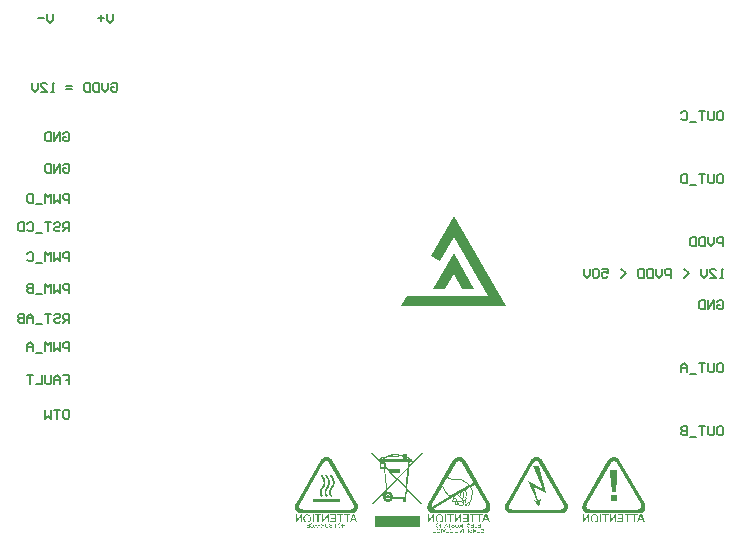
<source format=gbo>
G04*
G04 #@! TF.GenerationSoftware,Altium Limited,Altium Designer,20.2.7 (254)*
G04*
G04 Layer_Color=32896*
%FSLAX24Y24*%
%MOIN*%
G70*
G04*
G04 #@! TF.SameCoordinates,1D9E715C-10D3-4175-9A43-98333D612143*
G04*
G04*
G04 #@! TF.FilePolarity,Positive*
G04*
G01*
G75*
%ADD15C,0.0050*%
G36*
X38145Y27572D02*
X37742D01*
X37455Y28067D01*
X37173Y27572D01*
X36765D01*
X37455Y28766D01*
X38145Y27572D01*
D02*
G37*
G36*
X39196Y26975D02*
X35710Y26975D01*
X35914Y27322D01*
X38599Y27322D01*
X37455Y29290D01*
X36988Y28479D01*
X36687Y28655D01*
X37455Y29993D01*
X39196Y26975D01*
D02*
G37*
G36*
X36439Y22108D02*
X35970Y21619D01*
X35956Y21486D01*
X35926Y21166D01*
X35903Y20936D01*
X36406Y20416D01*
X36373Y20383D01*
X35898Y20869D01*
X35870Y20572D01*
X35856D01*
Y20458D01*
X35751D01*
Y20572D01*
X35423D01*
X35412Y20550D01*
X35395Y20527D01*
X35373Y20502D01*
X35342Y20480D01*
X35306Y20469D01*
X35273Y20466D01*
X35240D01*
X35215Y20475D01*
X35184Y20486D01*
X35159Y20502D01*
X35140Y20522D01*
X35120Y20550D01*
X35106Y20580D01*
X35098Y20608D01*
X35095Y20633D01*
X35098Y20661D01*
X35104Y20683D01*
X35112Y20705D01*
X35123Y20727D01*
X35137Y20747D01*
X35156Y20766D01*
X35179Y20780D01*
X35198Y20789D01*
X35195Y20814D01*
X34779Y20383D01*
X34745Y20419D01*
X35190Y20880D01*
X35154Y21283D01*
X35129Y21574D01*
X34995D01*
Y21760D01*
X35031D01*
X34693Y22108D01*
X34729Y22141D01*
X35045Y21813D01*
Y21838D01*
X35040Y21844D01*
X35031Y21849D01*
X35023Y21858D01*
X35015Y21866D01*
X35009Y21880D01*
X35006Y21891D01*
X35004Y21905D01*
X35006Y21922D01*
X35012Y21933D01*
X35023Y21952D01*
X35037Y21963D01*
X35056Y21972D01*
X35076Y21974D01*
X35095Y21972D01*
X35112Y21966D01*
X35126Y21958D01*
X35131Y21949D01*
X35145Y21960D01*
X35165Y21974D01*
X35190Y21985D01*
X35226Y21999D01*
X35265Y22010D01*
X35304Y22019D01*
X35345Y22027D01*
X35379Y22030D01*
Y22071D01*
X35645D01*
Y22035D01*
X35667D01*
X35701Y22033D01*
X35737Y22027D01*
X35773Y22021D01*
Y22044D01*
X35887D01*
Y21991D01*
X35901Y21983D01*
X35920Y21974D01*
X35940Y21963D01*
X35956Y21952D01*
X35973Y21938D01*
X35984Y21927D01*
X35990Y21919D01*
X35995Y21908D01*
X35992Y21888D01*
X36059D01*
Y21802D01*
X35987D01*
X35976Y21694D01*
X36406Y22141D01*
X36439Y22108D01*
D02*
G37*
G36*
X42835Y21958D02*
X42854Y21955D01*
X42871Y21949D01*
X42882Y21944D01*
X42893Y21938D01*
X42899Y21935D01*
X42901Y21933D01*
X42913Y21927D01*
X42918Y21924D01*
X42943Y21902D01*
X42965Y21877D01*
X42976Y21860D01*
X42982Y21855D01*
Y21852D01*
X43818Y20403D01*
X43821D01*
Y20400D01*
Y20397D01*
X43826Y20386D01*
X43832Y20378D01*
X43835Y20372D01*
Y20369D01*
X43837Y20361D01*
X43840Y20350D01*
X43843Y20341D01*
Y20339D01*
X43846Y20308D01*
Y20280D01*
X43843Y20255D01*
X43837Y20233D01*
X43829Y20214D01*
X43823Y20200D01*
X43821Y20191D01*
X43818Y20189D01*
X43807Y20169D01*
X43804Y20164D01*
X43801Y20161D01*
X43787Y20147D01*
X43782Y20141D01*
X43779Y20139D01*
X43754Y20119D01*
X43729Y20105D01*
X43704Y20094D01*
X43679Y20089D01*
X43660Y20083D01*
X43643Y20080D01*
X41952D01*
X41938Y20083D01*
X41927D01*
X41924Y20086D01*
X41913D01*
X41902Y20089D01*
X41893Y20091D01*
X41891D01*
X41863Y20103D01*
X41838Y20116D01*
X41818Y20133D01*
X41802Y20150D01*
X41788Y20164D01*
X41780Y20178D01*
X41774Y20186D01*
X41771Y20189D01*
X41768D01*
X41763Y20203D01*
X41757Y20211D01*
X41755Y20216D01*
Y20219D01*
X41752Y20230D01*
X41749Y20241D01*
X41746Y20247D01*
Y20250D01*
X41743Y20280D01*
Y20308D01*
X41746Y20336D01*
X41752Y20358D01*
X41760Y20378D01*
X41766Y20394D01*
X41768Y20403D01*
X41771Y20405D01*
X42610Y21858D01*
X42621Y21874D01*
X42624Y21880D01*
X42627Y21883D01*
X42640Y21897D01*
X42646Y21902D01*
X42649Y21905D01*
X42674Y21924D01*
X42696Y21938D01*
X42721Y21949D01*
X42743Y21955D01*
X42763Y21960D01*
X42779Y21963D01*
X42815D01*
X42835Y21958D01*
D02*
G37*
G36*
X40252Y21958D02*
X40272Y21955D01*
X40288Y21949D01*
X40299Y21944D01*
X40311Y21938D01*
X40316Y21935D01*
X40319Y21933D01*
X40330Y21927D01*
X40336Y21924D01*
X40361Y21902D01*
X40383Y21877D01*
X40394Y21860D01*
X40399Y21855D01*
Y21852D01*
X41235Y20403D01*
X41238D01*
Y20400D01*
Y20397D01*
X41244Y20386D01*
X41249Y20378D01*
X41252Y20372D01*
Y20369D01*
X41255Y20361D01*
X41258Y20350D01*
X41260Y20341D01*
Y20339D01*
X41263Y20308D01*
Y20280D01*
X41260Y20255D01*
X41255Y20233D01*
X41246Y20214D01*
X41241Y20200D01*
X41238Y20191D01*
X41235Y20189D01*
X41224Y20169D01*
X41221Y20164D01*
X41219Y20161D01*
X41205Y20147D01*
X41199Y20141D01*
X41196Y20139D01*
X41171Y20119D01*
X41146Y20105D01*
X41121Y20094D01*
X41096Y20089D01*
X41077Y20083D01*
X41060Y20080D01*
X39369Y20080D01*
X39355Y20083D01*
X39344D01*
X39341Y20086D01*
X39330D01*
X39319Y20089D01*
X39311Y20091D01*
X39308D01*
X39280Y20103D01*
X39255Y20116D01*
X39236Y20133D01*
X39219Y20150D01*
X39205Y20164D01*
X39197Y20178D01*
X39191Y20186D01*
X39189Y20189D01*
X39186D01*
X39180Y20203D01*
X39175Y20211D01*
X39172Y20216D01*
Y20219D01*
X39169Y20230D01*
X39166Y20241D01*
X39164Y20247D01*
Y20250D01*
X39161Y20280D01*
Y20308D01*
X39164Y20336D01*
X39169Y20358D01*
X39178Y20378D01*
X39183Y20394D01*
X39186Y20403D01*
X39189Y20405D01*
X40027Y21858D01*
X40038Y21874D01*
X40041Y21880D01*
X40044Y21883D01*
X40058Y21897D01*
X40063Y21902D01*
X40066Y21905D01*
X40091Y21924D01*
X40113Y21938D01*
X40138Y21949D01*
X40161Y21955D01*
X40180Y21960D01*
X40197Y21963D01*
X40233D01*
X40252Y21958D01*
D02*
G37*
G36*
X37670D02*
X37689Y21955D01*
X37706Y21949D01*
X37717Y21944D01*
X37728Y21938D01*
X37733Y21935D01*
X37736Y21933D01*
X37747Y21927D01*
X37753Y21924D01*
X37778Y21902D01*
X37800Y21877D01*
X37811Y21860D01*
X37817Y21855D01*
Y21852D01*
X38653Y20403D01*
X38655D01*
Y20400D01*
Y20397D01*
X38661Y20386D01*
X38667Y20378D01*
X38669Y20372D01*
Y20369D01*
X38672Y20361D01*
X38675Y20350D01*
X38678Y20341D01*
Y20339D01*
X38680Y20308D01*
Y20280D01*
X38678Y20255D01*
X38672Y20233D01*
X38664Y20214D01*
X38658Y20200D01*
X38655Y20191D01*
X38653Y20189D01*
X38642Y20169D01*
X38639Y20164D01*
X38636Y20161D01*
X38622Y20147D01*
X38617Y20141D01*
X38614Y20139D01*
X38589Y20119D01*
X38564Y20105D01*
X38539Y20094D01*
X38514Y20089D01*
X38494Y20083D01*
X38478Y20080D01*
X36787D01*
X36773Y20083D01*
X36762D01*
X36759Y20086D01*
X36748D01*
X36737Y20089D01*
X36728Y20091D01*
X36725D01*
X36698Y20103D01*
X36673Y20116D01*
X36653Y20133D01*
X36637Y20150D01*
X36623Y20164D01*
X36614Y20178D01*
X36609Y20186D01*
X36606Y20189D01*
X36603D01*
X36598Y20203D01*
X36592Y20211D01*
X36589Y20216D01*
Y20219D01*
X36587Y20230D01*
X36584Y20241D01*
X36581Y20247D01*
Y20250D01*
X36578Y20280D01*
Y20308D01*
X36581Y20336D01*
X36587Y20358D01*
X36595Y20378D01*
X36600Y20394D01*
X36603Y20403D01*
X36606Y20405D01*
X37445Y21858D01*
X37456Y21874D01*
X37459Y21880D01*
X37461Y21883D01*
X37475Y21897D01*
X37481Y21902D01*
X37484Y21905D01*
X37509Y21924D01*
X37531Y21938D01*
X37556Y21949D01*
X37578Y21955D01*
X37597Y21960D01*
X37614Y21963D01*
X37650D01*
X37670Y21958D01*
D02*
G37*
G36*
X33254Y21958D02*
X33274Y21955D01*
X33290Y21949D01*
X33301Y21944D01*
X33313Y21938D01*
X33318Y21935D01*
X33321Y21933D01*
X33332Y21927D01*
X33338Y21924D01*
X33362Y21902D01*
X33385Y21877D01*
X33396Y21860D01*
X33401Y21855D01*
Y21852D01*
X34237Y20403D01*
X34240D01*
Y20400D01*
Y20397D01*
X34246Y20386D01*
X34251Y20378D01*
X34254Y20372D01*
Y20369D01*
X34257Y20361D01*
X34259Y20350D01*
X34262Y20341D01*
Y20339D01*
X34265Y20308D01*
Y20280D01*
X34262Y20255D01*
X34257Y20233D01*
X34248Y20214D01*
X34243Y20200D01*
X34240Y20191D01*
X34237Y20189D01*
X34226Y20169D01*
X34223Y20164D01*
X34221Y20161D01*
X34207Y20147D01*
X34201Y20141D01*
X34198Y20139D01*
X34173Y20119D01*
X34148Y20105D01*
X34123Y20094D01*
X34098Y20089D01*
X34079Y20083D01*
X34062Y20080D01*
X32371D01*
X32357Y20083D01*
X32346D01*
X32343Y20086D01*
X32332D01*
X32321Y20089D01*
X32313Y20091D01*
X32310D01*
X32282Y20103D01*
X32257Y20116D01*
X32238Y20133D01*
X32221Y20150D01*
X32207Y20164D01*
X32199Y20178D01*
X32193Y20186D01*
X32191Y20189D01*
X32188D01*
X32182Y20203D01*
X32177Y20211D01*
X32174Y20216D01*
Y20219D01*
X32171Y20230D01*
X32168Y20241D01*
X32166Y20247D01*
Y20250D01*
X32163Y20280D01*
Y20308D01*
X32166Y20336D01*
X32171Y20358D01*
X32179Y20378D01*
X32185Y20394D01*
X32188Y20403D01*
X32191Y20405D01*
X33029Y21858D01*
X33040Y21874D01*
X33043Y21880D01*
X33046Y21883D01*
X33060Y21897D01*
X33065Y21902D01*
X33068Y21905D01*
X33093Y21924D01*
X33115Y21938D01*
X33140Y21949D01*
X33163Y21955D01*
X33182Y21960D01*
X33199Y21963D01*
X33235D01*
X33254Y21958D01*
D02*
G37*
G36*
X42868Y19780D02*
X42835D01*
Y19992D01*
X42693Y19780D01*
X42657D01*
Y20047D01*
X42690D01*
Y19839D01*
X42832Y20047D01*
X42868D01*
Y19780D01*
D02*
G37*
G36*
X41980D02*
X41946D01*
Y19992D01*
X41807Y19780D01*
X41771D01*
Y20047D01*
X41805D01*
Y19839D01*
X41943Y20047D01*
X41980D01*
Y19780D01*
D02*
G37*
G36*
X37703Y19780D02*
X37670D01*
Y19992D01*
X37528Y19780D01*
X37492D01*
Y20047D01*
X37525D01*
Y19839D01*
X37667Y20047D01*
X37703D01*
Y19780D01*
D02*
G37*
G36*
X36814D02*
X36781D01*
Y19992D01*
X36642Y19780D01*
X36606D01*
Y20047D01*
X36639D01*
Y19839D01*
X36778Y20047D01*
X36814D01*
Y19780D01*
D02*
G37*
G36*
X33288Y19780D02*
X33254D01*
Y19992D01*
X33113Y19780D01*
X33076D01*
Y20047D01*
X33110D01*
Y19839D01*
X33251Y20047D01*
X33288D01*
Y19780D01*
D02*
G37*
G36*
X32399D02*
X32366D01*
Y19992D01*
X32227Y19780D01*
X32191D01*
Y20047D01*
X32224D01*
Y19839D01*
X32363Y20047D01*
X32399D01*
Y19780D01*
D02*
G37*
G36*
X43818Y19780D02*
X43782D01*
X43751Y19861D01*
X43640D01*
X43610Y19780D01*
X43571D01*
X43679Y20047D01*
X43718D01*
X43818Y19780D01*
D02*
G37*
G36*
X43590Y20017D02*
X43501D01*
Y19780D01*
X43465D01*
Y20017D01*
X43379D01*
Y20047D01*
X43590D01*
Y20017D01*
D02*
G37*
G36*
X43362D02*
X43274D01*
Y19780D01*
X43240D01*
Y20017D01*
X43151D01*
Y20047D01*
X43362D01*
Y20017D01*
D02*
G37*
G36*
X43115Y19780D02*
X42915D01*
Y19811D01*
X43079D01*
Y19903D01*
X42932D01*
Y19933D01*
X43079D01*
Y20017D01*
X42921D01*
Y20047D01*
X43115D01*
Y19780D01*
D02*
G37*
G36*
X42618Y20017D02*
X42532D01*
Y19780D01*
X42496D01*
Y20017D01*
X42407D01*
Y20047D01*
X42618D01*
Y20017D01*
D02*
G37*
G36*
X42366Y19780D02*
X42329D01*
Y20047D01*
X42366D01*
Y19780D01*
D02*
G37*
G36*
X38653Y19780D02*
X38617D01*
X38586Y19861D01*
X38475D01*
X38444Y19780D01*
X38406D01*
X38514Y20047D01*
X38553D01*
X38653Y19780D01*
D02*
G37*
G36*
X38425Y20017D02*
X38336D01*
Y19780D01*
X38300D01*
Y20017D01*
X38214D01*
Y20047D01*
X38425D01*
Y20017D01*
D02*
G37*
G36*
X38197D02*
X38108D01*
Y19780D01*
X38075D01*
Y20017D01*
X37986D01*
Y20047D01*
X38197D01*
Y20017D01*
D02*
G37*
G36*
X37950Y19780D02*
X37750D01*
Y19811D01*
X37914D01*
Y19903D01*
X37767D01*
Y19933D01*
X37914D01*
Y20017D01*
X37756D01*
Y20047D01*
X37950D01*
Y19780D01*
D02*
G37*
G36*
X37453Y20017D02*
X37367D01*
Y19780D01*
X37331D01*
Y20017D01*
X37242D01*
Y20047D01*
X37453D01*
Y20017D01*
D02*
G37*
G36*
X37200Y19780D02*
X37164D01*
Y20047D01*
X37200D01*
Y19780D01*
D02*
G37*
G36*
X34237Y19780D02*
X34201D01*
X34171Y19861D01*
X34060D01*
X34029Y19780D01*
X33990D01*
X34098Y20047D01*
X34137D01*
X34237Y19780D01*
D02*
G37*
G36*
X34010Y20017D02*
X33921D01*
Y19780D01*
X33885D01*
Y20017D01*
X33798D01*
Y20047D01*
X34010D01*
Y20017D01*
D02*
G37*
G36*
X33782D02*
X33693D01*
Y19780D01*
X33660D01*
Y20017D01*
X33571D01*
Y20047D01*
X33782D01*
Y20017D01*
D02*
G37*
G36*
X33535Y19780D02*
X33335D01*
Y19811D01*
X33499D01*
Y19903D01*
X33351D01*
Y19933D01*
X33499D01*
Y20017D01*
X33340D01*
Y20047D01*
X33535D01*
Y19780D01*
D02*
G37*
G36*
X33038Y20017D02*
X32952D01*
Y19780D01*
X32915D01*
Y20017D01*
X32827D01*
Y20047D01*
X33038D01*
Y20017D01*
D02*
G37*
G36*
X32785Y19780D02*
X32749D01*
Y20047D01*
X32785D01*
Y19780D01*
D02*
G37*
G36*
X42171Y20050D02*
X42191Y20047D01*
X42218Y20033D01*
X42229Y20025D01*
X42238Y20019D01*
X42241Y20017D01*
X42243Y20014D01*
X42254Y20000D01*
X42263Y19983D01*
X42274Y19950D01*
X42277Y19933D01*
X42279Y19922D01*
Y19914D01*
Y19911D01*
X42277Y19886D01*
X42271Y19864D01*
X42268Y19850D01*
X42266Y19847D01*
Y19844D01*
X42252Y19822D01*
X42235Y19808D01*
X42224Y19797D01*
X42218Y19794D01*
X42196Y19786D01*
X42174Y19780D01*
X42157Y19778D01*
X42152D01*
X42127Y19780D01*
X42107Y19786D01*
X42093Y19792D01*
X42088Y19794D01*
X42068Y19808D01*
X42052Y19822D01*
X42043Y19836D01*
X42041Y19842D01*
X42030Y19867D01*
X42027Y19889D01*
X42024Y19908D01*
Y19911D01*
Y19914D01*
X42027Y19942D01*
X42032Y19964D01*
X42038Y19980D01*
X42041Y19983D01*
Y19986D01*
X42055Y20005D01*
X42068Y20022D01*
X42080Y20030D01*
X42085Y20033D01*
X42107Y20044D01*
X42129Y20050D01*
X42146Y20053D01*
X42152D01*
X42171Y20050D01*
D02*
G37*
G36*
X37006Y20050D02*
X37025Y20047D01*
X37053Y20033D01*
X37064Y20025D01*
X37073Y20019D01*
X37075Y20017D01*
X37078Y20014D01*
X37089Y20000D01*
X37098Y19983D01*
X37109Y19950D01*
X37111Y19933D01*
X37114Y19922D01*
Y19914D01*
Y19911D01*
X37111Y19886D01*
X37106Y19864D01*
X37103Y19850D01*
X37100Y19847D01*
Y19844D01*
X37086Y19822D01*
X37070Y19808D01*
X37059Y19797D01*
X37053Y19794D01*
X37031Y19786D01*
X37009Y19780D01*
X36992Y19778D01*
X36986D01*
X36961Y19780D01*
X36942Y19786D01*
X36928Y19792D01*
X36923Y19794D01*
X36903Y19808D01*
X36887Y19822D01*
X36878Y19836D01*
X36875Y19842D01*
X36864Y19867D01*
X36862Y19889D01*
X36859Y19908D01*
Y19911D01*
Y19914D01*
X36862Y19942D01*
X36867Y19964D01*
X36873Y19980D01*
X36875Y19983D01*
Y19986D01*
X36889Y20005D01*
X36903Y20022D01*
X36914Y20030D01*
X36920Y20033D01*
X36942Y20044D01*
X36964Y20050D01*
X36981Y20053D01*
X36986D01*
X37006Y20050D01*
D02*
G37*
G36*
X32590Y20050D02*
X32610Y20047D01*
X32638Y20033D01*
X32649Y20025D01*
X32657Y20019D01*
X32660Y20017D01*
X32663Y20014D01*
X32674Y20000D01*
X32682Y19983D01*
X32693Y19950D01*
X32696Y19933D01*
X32699Y19922D01*
Y19914D01*
Y19911D01*
X32696Y19886D01*
X32690Y19864D01*
X32688Y19850D01*
X32685Y19847D01*
Y19844D01*
X32671Y19822D01*
X32654Y19808D01*
X32643Y19797D01*
X32638Y19794D01*
X32615Y19786D01*
X32593Y19780D01*
X32577Y19778D01*
X32571D01*
X32546Y19780D01*
X32527Y19786D01*
X32513Y19792D01*
X32507Y19794D01*
X32488Y19808D01*
X32471Y19822D01*
X32463Y19836D01*
X32460Y19842D01*
X32449Y19867D01*
X32446Y19889D01*
X32443Y19908D01*
Y19911D01*
Y19914D01*
X32446Y19942D01*
X32452Y19964D01*
X32457Y19980D01*
X32460Y19983D01*
Y19986D01*
X32474Y20005D01*
X32488Y20022D01*
X32499Y20030D01*
X32504Y20033D01*
X32527Y20044D01*
X32549Y20050D01*
X32566Y20053D01*
X32571D01*
X32590Y20050D01*
D02*
G37*
G36*
X33846Y19608D02*
X33829D01*
Y19669D01*
X33760D01*
Y19608D01*
X33740D01*
Y19739D01*
X33760D01*
Y19683D01*
X33829D01*
Y19739D01*
X33846D01*
Y19608D01*
D02*
G37*
G36*
X37972Y19739D02*
X37978Y19736D01*
X37981Y19733D01*
X37989Y19725D01*
X37997Y19717D01*
X38000Y19711D01*
X38003Y19708D01*
X38008Y19697D01*
X38011Y19686D01*
Y19675D01*
Y19672D01*
Y19658D01*
X38008Y19647D01*
X38006Y19639D01*
Y19636D01*
X37997Y19628D01*
X37992Y19622D01*
X37986Y19617D01*
X37983D01*
X37972Y19611D01*
X37961Y19608D01*
X37950Y19605D01*
X37947D01*
X37936Y19608D01*
X37925Y19614D01*
X37917Y19617D01*
X37914Y19619D01*
X37906Y19625D01*
X37900Y19636D01*
X37895Y19644D01*
Y19647D01*
X37911Y19653D01*
X37917Y19642D01*
X37920Y19633D01*
X37922Y19628D01*
X37925D01*
X37933Y19625D01*
X37942Y19622D01*
X37950D01*
X37964Y19625D01*
X37972D01*
X37981Y19631D01*
X37983Y19636D01*
X37989Y19642D01*
Y19644D01*
X37995Y19664D01*
Y19669D01*
Y19672D01*
X37992Y19689D01*
X37989Y19694D01*
Y19697D01*
X37981Y19714D01*
X37975Y19717D01*
Y19719D01*
X37956Y19725D01*
X37947D01*
X37933Y19722D01*
X37928Y19719D01*
X37920Y19714D01*
X37917Y19705D01*
X37914Y19700D01*
Y19697D01*
X37897Y19703D01*
X37903Y19714D01*
X37908Y19722D01*
X37911Y19728D01*
X37914Y19730D01*
X37925Y19736D01*
X37936Y19742D01*
X37961D01*
X37972Y19739D01*
D02*
G37*
G36*
X36945D02*
X36953Y19736D01*
X36956Y19733D01*
X36964Y19725D01*
X36973Y19717D01*
X36975Y19711D01*
X36978Y19708D01*
X36984Y19697D01*
X36986Y19686D01*
Y19675D01*
Y19672D01*
X36984Y19658D01*
X36981Y19647D01*
X36978Y19639D01*
Y19636D01*
X36973Y19628D01*
X36967Y19622D01*
X36961Y19617D01*
X36959D01*
X36948Y19611D01*
X36936Y19608D01*
X36925Y19605D01*
X36923D01*
X36909Y19608D01*
X36898Y19614D01*
X36892Y19617D01*
X36889Y19619D01*
X36878Y19625D01*
X36873Y19636D01*
X36867Y19644D01*
Y19647D01*
X36887Y19653D01*
X36889Y19642D01*
X36895Y19633D01*
X36898Y19631D01*
X36900Y19628D01*
X36909Y19625D01*
X36917Y19622D01*
X36925D01*
X36939Y19625D01*
X36948D01*
X36956Y19631D01*
X36959Y19636D01*
X36964Y19642D01*
Y19644D01*
X36967Y19664D01*
Y19669D01*
Y19672D01*
X36964Y19689D01*
Y19694D01*
Y19697D01*
X36956Y19714D01*
X36950Y19717D01*
Y19719D01*
X36931Y19725D01*
X36923D01*
X36906Y19722D01*
X36903Y19719D01*
X36900D01*
X36895Y19714D01*
X36889Y19705D01*
X36887Y19700D01*
Y19697D01*
X36870Y19703D01*
X36875Y19714D01*
X36881Y19722D01*
X36887Y19728D01*
X36889Y19730D01*
X36900Y19736D01*
X36911Y19742D01*
X36934D01*
X36945Y19739D01*
D02*
G37*
G36*
X36339Y20000D02*
Y19994D01*
Y19983D01*
Y19972D01*
Y19961D01*
Y19950D01*
Y19944D01*
Y19942D01*
Y19897D01*
Y19855D01*
Y19836D01*
Y19822D01*
Y19814D01*
Y19811D01*
Y19761D01*
Y19739D01*
Y19719D01*
Y19703D01*
Y19692D01*
Y19683D01*
Y19680D01*
Y19661D01*
Y19647D01*
Y19636D01*
Y19631D01*
Y19622D01*
X34820Y19622D01*
Y19625D01*
Y19631D01*
Y19653D01*
Y19672D01*
Y19678D01*
Y19680D01*
Y19725D01*
Y19767D01*
Y19786D01*
Y19800D01*
Y19808D01*
Y19811D01*
Y19861D01*
Y19883D01*
Y19903D01*
Y19919D01*
Y19930D01*
Y19939D01*
Y19942D01*
Y19961D01*
Y19978D01*
Y19989D01*
Y19994D01*
Y20000D01*
Y20003D01*
X36339Y20003D01*
Y20000D01*
D02*
G37*
G36*
X33282Y19661D02*
Y19647D01*
X33279Y19636D01*
X33276Y19631D01*
Y19628D01*
X33265Y19617D01*
X33263Y19614D01*
X33260D01*
X33251Y19608D01*
X33240Y19605D01*
X33229D01*
X33215Y19608D01*
X33207Y19611D01*
X33201Y19614D01*
X33199D01*
X33190Y19619D01*
X33185Y19625D01*
X33182Y19631D01*
X33179Y19639D01*
X33176Y19650D01*
Y19658D01*
Y19661D01*
Y19739D01*
X33193D01*
Y19661D01*
Y19644D01*
X33196Y19636D01*
X33199Y19631D01*
X33201Y19628D01*
X33210Y19625D01*
X33218Y19622D01*
X33249D01*
X33257Y19631D01*
X33260Y19636D01*
X33263Y19642D01*
Y19650D01*
Y19658D01*
Y19661D01*
Y19739D01*
X33282D01*
Y19661D01*
D02*
G37*
G36*
X32752Y19739D02*
X32757Y19736D01*
X32760Y19733D01*
X32771Y19725D01*
X32777Y19717D01*
X32782Y19711D01*
Y19708D01*
X32788Y19697D01*
X32790Y19686D01*
Y19675D01*
Y19672D01*
Y19658D01*
X32788Y19647D01*
X32785Y19639D01*
Y19636D01*
X32777Y19628D01*
X32771Y19622D01*
X32765Y19617D01*
X32763D01*
X32752Y19611D01*
X32740Y19608D01*
X32729Y19605D01*
X32727D01*
X32713Y19608D01*
X32702Y19614D01*
X32696Y19617D01*
X32693Y19619D01*
X32685Y19625D01*
X32679Y19636D01*
X32674Y19644D01*
Y19647D01*
X32690Y19653D01*
X32693Y19642D01*
X32699Y19633D01*
X32702Y19631D01*
X32704Y19628D01*
X32721Y19622D01*
X32729D01*
X32743Y19625D01*
X32752D01*
X32760Y19631D01*
X32763Y19636D01*
X32768Y19642D01*
Y19644D01*
X32774Y19664D01*
Y19669D01*
Y19672D01*
X32771Y19689D01*
X32768Y19694D01*
Y19697D01*
X32760Y19714D01*
X32754Y19717D01*
Y19719D01*
X32735Y19725D01*
X32727D01*
X32713Y19722D01*
X32707Y19719D01*
X32696Y19705D01*
X32693Y19700D01*
Y19697D01*
X32677Y19703D01*
X32682Y19714D01*
X32688Y19722D01*
X32690Y19728D01*
X32693Y19730D01*
X32704Y19736D01*
X32715Y19742D01*
X32740D01*
X32752Y19739D01*
D02*
G37*
G36*
X38358Y19608D02*
X38258D01*
Y19622D01*
X38339D01*
Y19667D01*
X38267D01*
Y19683D01*
X38339D01*
Y19722D01*
X38261D01*
Y19739D01*
X38358D01*
Y19608D01*
D02*
G37*
G36*
X38233D02*
X38150D01*
Y19622D01*
X38217D01*
Y19739D01*
X38233D01*
Y19608D01*
D02*
G37*
G36*
X38131D02*
X38031D01*
Y19622D01*
X38111D01*
Y19667D01*
X38039D01*
Y19683D01*
X38111D01*
Y19722D01*
X38033D01*
Y19739D01*
X38131D01*
Y19608D01*
D02*
G37*
G36*
X37881Y19722D02*
X37839D01*
Y19608D01*
X37820D01*
Y19722D01*
X37775D01*
Y19739D01*
X37881D01*
Y19722D01*
D02*
G37*
G36*
X37758Y19608D02*
X37739D01*
Y19664D01*
X37711D01*
X37706Y19661D01*
X37703D01*
X37697Y19655D01*
X37695Y19653D01*
X37689Y19647D01*
X37686Y19642D01*
X37681Y19636D01*
Y19633D01*
X37664Y19608D01*
X37642D01*
X37664Y19642D01*
X37675Y19655D01*
X37678Y19658D01*
X37686Y19664D01*
X37689Y19667D01*
X37675Y19669D01*
X37667Y19672D01*
X37664Y19678D01*
X37661D01*
X37656Y19686D01*
X37653Y19694D01*
Y19700D01*
Y19703D01*
X37656Y19717D01*
X37659Y19719D01*
Y19722D01*
X37661Y19728D01*
X37667Y19733D01*
X37670Y19736D01*
X37672D01*
X37689Y19739D01*
X37758D01*
Y19608D01*
D02*
G37*
G36*
X37367Y19722D02*
X37322D01*
Y19608D01*
X37306D01*
Y19722D01*
X37261D01*
Y19739D01*
X37367D01*
Y19722D01*
D02*
G37*
G36*
X37270Y19608D02*
X37253D01*
X37236Y19644D01*
X37181D01*
X37167Y19608D01*
X37145D01*
X37200Y19739D01*
X37220D01*
X37270Y19608D01*
D02*
G37*
G36*
X37156Y19722D02*
X37111D01*
Y19608D01*
X37095D01*
Y19722D01*
X37050D01*
Y19739D01*
X37156D01*
Y19722D01*
D02*
G37*
G36*
X37031Y19608D02*
X37011D01*
Y19739D01*
X37031D01*
Y19608D01*
D02*
G37*
G36*
X33576Y19722D02*
X33532D01*
Y19608D01*
X33515D01*
Y19722D01*
X33471D01*
Y19739D01*
X33576D01*
Y19722D01*
D02*
G37*
G36*
X33146Y19608D02*
X33129D01*
Y19664D01*
X33099D01*
X33093Y19661D01*
X33090D01*
X33085Y19655D01*
X33082Y19653D01*
X33079Y19647D01*
X33074Y19642D01*
X33071Y19636D01*
X33068Y19633D01*
X33051Y19608D01*
X33029D01*
X33051Y19642D01*
X33063Y19655D01*
X33068Y19658D01*
X33074Y19664D01*
X33076Y19667D01*
X33065Y19669D01*
X33057Y19672D01*
X33051Y19678D01*
X33049D01*
X33043Y19686D01*
X33040Y19694D01*
Y19700D01*
Y19703D01*
X33043Y19717D01*
X33046Y19719D01*
Y19722D01*
X33054Y19733D01*
X33057Y19736D01*
X33060D01*
X33076Y19739D01*
X33146D01*
Y19608D01*
D02*
G37*
G36*
X33013D02*
X32996D01*
Y19667D01*
X32932D01*
Y19680D01*
X32996D01*
Y19722D01*
X32924D01*
Y19739D01*
X33013D01*
Y19608D01*
D02*
G37*
G36*
X32924D02*
X32904D01*
X32890Y19644D01*
X32835D01*
X32821Y19608D01*
X32799D01*
X32854Y19739D01*
X32874D01*
X32924Y19608D01*
D02*
G37*
G36*
X32652D02*
X32552D01*
Y19622D01*
X32632D01*
Y19667D01*
X32560D01*
Y19683D01*
X32632D01*
Y19722D01*
X32554D01*
Y19739D01*
X32652D01*
Y19608D01*
D02*
G37*
G36*
X37586Y19739D02*
X37600Y19733D01*
X37609Y19725D01*
X37611Y19722D01*
X37620Y19705D01*
X37625Y19689D01*
X37628Y19675D01*
Y19672D01*
Y19669D01*
Y19655D01*
X37625Y19644D01*
X37622Y19639D01*
Y19636D01*
X37617Y19628D01*
X37609Y19622D01*
X37603Y19617D01*
X37600D01*
X37589Y19611D01*
X37578Y19608D01*
X37570Y19605D01*
X37567D01*
X37553Y19608D01*
X37542Y19611D01*
X37536Y19614D01*
X37534D01*
X37517Y19628D01*
X37514Y19633D01*
X37511Y19636D01*
X37506Y19647D01*
X37503Y19658D01*
Y19669D01*
Y19672D01*
Y19686D01*
X37506Y19697D01*
X37509Y19705D01*
X37511Y19708D01*
X37517Y19719D01*
X37525Y19725D01*
X37531Y19730D01*
X37534D01*
X37545Y19736D01*
X37556Y19742D01*
X37567D01*
X37586Y19739D01*
D02*
G37*
G36*
X37450D02*
X37456Y19736D01*
X37459D01*
X37470Y19728D01*
X37475Y19725D01*
Y19722D01*
X37481Y19708D01*
Y19705D01*
Y19703D01*
X37478Y19692D01*
X37475Y19689D01*
X37472Y19683D01*
X37467Y19678D01*
X37464Y19675D01*
X37461D01*
X37456Y19672D01*
X37447Y19669D01*
X37439Y19667D01*
X37436D01*
X37425Y19664D01*
X37417Y19661D01*
X37411D01*
X37403Y19655D01*
X37400Y19653D01*
X37397Y19644D01*
Y19642D01*
Y19633D01*
X37400Y19631D01*
X37409Y19625D01*
X37411Y19622D01*
X37450D01*
X37456Y19628D01*
X37461Y19631D01*
X37464Y19633D01*
X37470Y19644D01*
Y19650D01*
X37486Y19647D01*
X37484Y19639D01*
X37481Y19631D01*
X37478Y19628D01*
Y19625D01*
X37464Y19614D01*
X37461Y19611D01*
X37459D01*
X37450Y19608D01*
X37439Y19605D01*
X37428D01*
X37411Y19608D01*
X37406Y19611D01*
X37403D01*
X37392Y19619D01*
X37386Y19622D01*
X37381Y19636D01*
Y19642D01*
X37384Y19655D01*
X37386Y19661D01*
X37397Y19672D01*
X37400Y19675D01*
X37403D01*
X37411Y19678D01*
X37420Y19680D01*
X37428Y19683D01*
X37431D01*
X37445Y19686D01*
X37453Y19689D01*
X37459Y19692D01*
X37464Y19700D01*
Y19705D01*
X37461Y19711D01*
X37459Y19717D01*
X37456Y19719D01*
X37450Y19722D01*
X37442Y19725D01*
X37422D01*
X37417Y19722D01*
X37411Y19719D01*
X37406Y19714D01*
X37403Y19708D01*
X37400Y19703D01*
Y19700D01*
X37384D01*
X37386Y19717D01*
X37389Y19719D01*
Y19722D01*
X37403Y19733D01*
X37406Y19736D01*
X37409D01*
X37425Y19742D01*
X37434D01*
X37450Y19739D01*
D02*
G37*
G36*
X33674Y19739D02*
X33687Y19733D01*
X33696Y19725D01*
X33699Y19722D01*
X33710Y19705D01*
X33715Y19689D01*
X33718Y19675D01*
Y19672D01*
Y19669D01*
X33715Y19658D01*
X33712Y19647D01*
X33710Y19639D01*
Y19636D01*
X33701Y19628D01*
X33696Y19622D01*
X33690Y19617D01*
X33687D01*
X33676Y19611D01*
X33665Y19608D01*
X33657Y19605D01*
X33654D01*
X33643Y19608D01*
X33632Y19611D01*
X33624Y19614D01*
X33621D01*
X33604Y19628D01*
X33601Y19633D01*
X33599Y19636D01*
X33593Y19647D01*
X33590Y19658D01*
Y19669D01*
Y19672D01*
Y19686D01*
X33593Y19697D01*
X33596Y19705D01*
Y19708D01*
X33604Y19719D01*
X33612Y19725D01*
X33618Y19730D01*
X33621D01*
X33632Y19736D01*
X33643Y19742D01*
X33654D01*
X33674Y19739D01*
D02*
G37*
G36*
X33376D02*
X33382Y19736D01*
X33385D01*
X33396Y19728D01*
X33401Y19725D01*
Y19722D01*
X33407Y19708D01*
Y19705D01*
Y19703D01*
X33404Y19692D01*
X33401Y19689D01*
X33393Y19678D01*
X33387Y19675D01*
X33379Y19672D01*
X33371Y19669D01*
X33365Y19667D01*
X33362D01*
X33349Y19664D01*
X33340Y19661D01*
X33338D01*
X33329Y19655D01*
X33326Y19653D01*
X33321Y19644D01*
Y19642D01*
X33324Y19633D01*
X33326Y19631D01*
X33332Y19625D01*
X33335Y19622D01*
X33376D01*
X33385Y19631D01*
X33387Y19633D01*
X33393Y19644D01*
Y19650D01*
X33412Y19647D01*
X33407Y19631D01*
X33404Y19628D01*
Y19625D01*
X33390Y19614D01*
X33387Y19611D01*
X33385D01*
X33365Y19605D01*
X33354D01*
X33338Y19608D01*
X33332Y19611D01*
X33329D01*
X33315Y19619D01*
X33313Y19622D01*
X33307Y19628D01*
X33304Y19636D01*
Y19639D01*
Y19642D01*
X33307Y19655D01*
X33310Y19661D01*
X33315Y19667D01*
X33321Y19672D01*
X33326Y19675D01*
X33329D01*
X33335Y19678D01*
X33346Y19680D01*
X33354Y19683D01*
X33357D01*
X33371Y19686D01*
X33379Y19689D01*
X33385Y19692D01*
X33387Y19700D01*
Y19705D01*
X33385Y19717D01*
X33382Y19719D01*
X33374Y19722D01*
X33365Y19725D01*
X33357D01*
X33340Y19722D01*
X33338Y19719D01*
X33335D01*
X33329Y19714D01*
X33326Y19708D01*
Y19703D01*
Y19700D01*
X33310D01*
X33313Y19717D01*
X33315Y19719D01*
Y19722D01*
X33326Y19733D01*
X33329Y19736D01*
X33332D01*
X33349Y19742D01*
X33360D01*
X33376Y19739D01*
D02*
G37*
G36*
X38211Y19428D02*
X38194D01*
Y19533D01*
X38125Y19428D01*
X38106D01*
Y19561D01*
X38122D01*
Y19456D01*
X38194Y19561D01*
X38211D01*
Y19428D01*
D02*
G37*
G36*
X37697D02*
X37681D01*
X37628Y19561D01*
X37647D01*
X37681Y19464D01*
X37686Y19450D01*
X37689Y19444D01*
Y19442D01*
X37692Y19453D01*
X37695Y19461D01*
X37697Y19464D01*
X37731Y19561D01*
X37750D01*
X37697Y19428D01*
D02*
G37*
G36*
X37139D02*
X37123D01*
X37070Y19561D01*
X37089D01*
X37125Y19464D01*
X37131Y19450D01*
Y19444D01*
Y19442D01*
X37136Y19456D01*
X37139Y19461D01*
Y19464D01*
X37173Y19561D01*
X37192D01*
X37139Y19428D01*
D02*
G37*
G36*
X36970Y19561D02*
X36975Y19558D01*
X36978Y19556D01*
X36986Y19547D01*
X36995Y19539D01*
X36998Y19533D01*
X37000Y19531D01*
X37006Y19519D01*
X37009Y19508D01*
Y19497D01*
Y19494D01*
X37006Y19481D01*
X37003Y19469D01*
X37000Y19464D01*
Y19461D01*
X36995Y19450D01*
X36989Y19442D01*
X36984Y19436D01*
X36981Y19433D01*
X36970Y19428D01*
X36959Y19425D01*
X36945D01*
X36931Y19428D01*
X36920Y19431D01*
X36914Y19433D01*
X36911Y19436D01*
X36903Y19447D01*
X36898Y19458D01*
X36892Y19467D01*
Y19469D01*
X36909Y19475D01*
X36911Y19464D01*
X36917Y19456D01*
X36920Y19453D01*
X36923Y19450D01*
X36931Y19444D01*
X36939Y19442D01*
X36948D01*
X36961Y19444D01*
X36967Y19447D01*
X36970D01*
X36975Y19453D01*
X36981Y19458D01*
X36984Y19464D01*
Y19467D01*
X36989Y19486D01*
Y19492D01*
Y19494D01*
X36986Y19514D01*
Y19519D01*
Y19522D01*
X36984Y19531D01*
X36978Y19536D01*
X36973Y19542D01*
X36970D01*
X36961Y19547D01*
X36953Y19550D01*
X36936D01*
X36928Y19547D01*
X36925Y19544D01*
X36923Y19542D01*
X36917Y19536D01*
X36911Y19528D01*
X36909Y19522D01*
Y19519D01*
X36892Y19525D01*
X36898Y19539D01*
X36903Y19547D01*
X36909Y19550D01*
X36911Y19553D01*
X36923Y19558D01*
X36934Y19564D01*
X36959D01*
X36970Y19561D01*
D02*
G37*
G36*
X38333Y19428D02*
X38236D01*
Y19444D01*
X38317D01*
Y19489D01*
X38244D01*
Y19506D01*
X38317D01*
Y19544D01*
X38239D01*
Y19561D01*
X38333D01*
Y19428D01*
D02*
G37*
G36*
X37950D02*
X37933D01*
Y19561D01*
X37950D01*
Y19428D01*
D02*
G37*
G36*
X37911Y19544D02*
X37867D01*
Y19428D01*
X37850D01*
Y19544D01*
X37806D01*
Y19561D01*
X37911D01*
Y19544D01*
D02*
G37*
G36*
X37786Y19428D02*
X37767D01*
Y19561D01*
X37786D01*
Y19428D01*
D02*
G37*
G36*
X37611D02*
X37514D01*
Y19444D01*
X37595D01*
Y19489D01*
X37522D01*
Y19506D01*
X37595D01*
Y19544D01*
X37517D01*
Y19561D01*
X37611D01*
Y19428D01*
D02*
G37*
G36*
X37436D02*
X37389D01*
X37372Y19431D01*
X37367D01*
X37356Y19433D01*
X37350Y19436D01*
X37345Y19444D01*
X37339Y19450D01*
X37334Y19464D01*
X37331Y19467D01*
Y19469D01*
X37328Y19478D01*
Y19486D01*
Y19492D01*
Y19494D01*
Y19508D01*
Y19519D01*
X37331Y19525D01*
Y19528D01*
X37342Y19544D01*
X37345Y19547D01*
X37347Y19550D01*
X37361Y19556D01*
X37364Y19558D01*
X37367D01*
X37384Y19561D01*
X37436D01*
Y19428D01*
D02*
G37*
G36*
X37303D02*
X37203D01*
Y19444D01*
X37284D01*
Y19489D01*
X37211D01*
Y19506D01*
X37284D01*
Y19544D01*
X37206D01*
Y19561D01*
X37303D01*
Y19428D01*
D02*
G37*
G36*
X37050D02*
X37034D01*
Y19561D01*
X37050D01*
Y19428D01*
D02*
G37*
G36*
X36867D02*
X36770D01*
Y19444D01*
X36850D01*
Y19489D01*
X36778D01*
Y19506D01*
X36850D01*
Y19544D01*
X36773D01*
Y19561D01*
X36867D01*
Y19428D01*
D02*
G37*
G36*
X38428Y19561D02*
X38433Y19558D01*
X38436D01*
X38444Y19556D01*
X38450Y19550D01*
X38453Y19547D01*
X38456Y19544D01*
X38461Y19533D01*
Y19531D01*
Y19528D01*
X38458Y19517D01*
X38456Y19511D01*
X38447Y19500D01*
X38442Y19497D01*
X38433Y19494D01*
X38425Y19492D01*
X38419Y19489D01*
X38417D01*
X38400Y19486D01*
X38394Y19483D01*
X38392D01*
X38383Y19478D01*
X38381Y19475D01*
X38375Y19467D01*
Y19464D01*
X38378Y19456D01*
X38381Y19453D01*
X38386Y19447D01*
X38389Y19444D01*
X38392D01*
X38403Y19442D01*
X38408D01*
X38422Y19444D01*
X38431D01*
X38439Y19453D01*
X38442Y19456D01*
X38447Y19467D01*
Y19469D01*
Y19472D01*
X38464D01*
X38461Y19456D01*
X38458Y19450D01*
Y19447D01*
X38444Y19436D01*
X38442Y19431D01*
X38439D01*
X38419Y19425D01*
X38408D01*
X38392Y19428D01*
X38386Y19431D01*
X38383D01*
X38369Y19439D01*
X38364Y19444D01*
X38358Y19461D01*
Y19464D01*
Y19467D01*
X38361Y19481D01*
X38364Y19483D01*
X38369Y19492D01*
X38378Y19494D01*
X38381Y19497D01*
X38383D01*
X38400Y19503D01*
X38408Y19506D01*
X38411D01*
X38425Y19511D01*
X38433Y19514D01*
X38439Y19517D01*
X38444Y19525D01*
Y19528D01*
X38442Y19533D01*
X38439Y19539D01*
X38436Y19542D01*
X38431Y19544D01*
X38422Y19547D01*
X38403D01*
X38394Y19544D01*
X38392Y19542D01*
X38389D01*
X38383Y19536D01*
X38381Y19531D01*
Y19525D01*
Y19522D01*
X38364D01*
X38367Y19539D01*
X38369Y19542D01*
Y19544D01*
X38381Y19556D01*
X38383Y19558D01*
X38386D01*
X38406Y19564D01*
X38414D01*
X38428Y19561D01*
D02*
G37*
G36*
X38047D02*
X38053Y19558D01*
X38056D01*
X38064Y19556D01*
X38067Y19550D01*
X38072Y19547D01*
Y19544D01*
X38078Y19533D01*
Y19531D01*
Y19528D01*
X38075Y19517D01*
X38072Y19511D01*
X38070Y19506D01*
X38064Y19500D01*
X38061Y19497D01*
X38058D01*
X38053Y19494D01*
X38045Y19492D01*
X38036Y19489D01*
X38033D01*
X38017Y19486D01*
X38014Y19483D01*
X38011D01*
X38000Y19478D01*
X37997Y19475D01*
X37995Y19469D01*
Y19467D01*
Y19464D01*
Y19456D01*
X37997Y19453D01*
X38006Y19447D01*
X38008Y19444D01*
X38022Y19442D01*
X38028D01*
X38042Y19444D01*
X38047D01*
X38053Y19450D01*
X38058Y19453D01*
X38061Y19456D01*
X38067Y19467D01*
Y19472D01*
X38083D01*
X38081Y19464D01*
X38078Y19456D01*
X38075Y19450D01*
Y19447D01*
X38070Y19439D01*
X38064Y19436D01*
X38058Y19431D01*
X38056D01*
X38047Y19428D01*
X38036Y19425D01*
X38025D01*
X38008Y19428D01*
X38003Y19431D01*
X38000D01*
X37986Y19439D01*
X37983Y19444D01*
X37978Y19461D01*
Y19464D01*
Y19467D01*
X37981Y19481D01*
X37983Y19483D01*
X37989Y19492D01*
X37995Y19494D01*
X37997Y19497D01*
X38000D01*
X38020Y19503D01*
X38025Y19506D01*
X38028D01*
X38042Y19511D01*
X38050Y19514D01*
X38056Y19517D01*
X38061Y19522D01*
Y19528D01*
X38058Y19533D01*
X38056Y19539D01*
X38053Y19542D01*
X38047Y19544D01*
X38039Y19547D01*
X38031D01*
X38014Y19544D01*
X38011Y19542D01*
X38008D01*
X38003Y19536D01*
X38000Y19531D01*
X37997Y19525D01*
Y19522D01*
X37981D01*
X37983Y19539D01*
X37986Y19542D01*
Y19544D01*
X38000Y19556D01*
X38003Y19558D01*
X38006D01*
X38022Y19564D01*
X38031D01*
X38047Y19561D01*
D02*
G37*
%LPC*%
G36*
X35595Y22024D02*
X35426D01*
Y21997D01*
X35595D01*
Y22024D01*
D02*
G37*
G36*
X35645Y21985D02*
Y21949D01*
X35379D01*
Y21980D01*
X35323Y21972D01*
X35273Y21960D01*
X35231Y21949D01*
X35198Y21933D01*
X35173Y21919D01*
X35154Y21899D01*
Y21888D01*
X35773Y21888D01*
Y21969D01*
X35734Y21977D01*
X35692Y21983D01*
X35645Y21985D01*
D02*
G37*
G36*
X35840Y21997D02*
X35820D01*
Y21933D01*
X35840D01*
Y21997D01*
D02*
G37*
G36*
X35887Y21935D02*
Y21888D01*
X35945D01*
Y21897D01*
X35931Y21910D01*
X35915Y21922D01*
X35887Y21935D01*
D02*
G37*
G36*
X35081Y21927D02*
X35079D01*
X35065Y21924D01*
X35056Y21916D01*
X35054Y21905D01*
Y21902D01*
X35056Y21888D01*
X35065Y21883D01*
X35076Y21880D01*
X35079D01*
X35093Y21883D01*
X35098Y21891D01*
X35101Y21899D01*
Y21902D01*
X35098Y21916D01*
X35090Y21924D01*
X35081Y21927D01*
D02*
G37*
G36*
X35137Y21713D02*
X35045D01*
Y21622D01*
X35137D01*
Y21713D01*
D02*
G37*
G36*
X35604Y21505D02*
X35354D01*
Y21488D01*
X35604D01*
Y21505D01*
D02*
G37*
G36*
X35937Y21802D02*
X35159Y21802D01*
X35165Y21760D01*
X35184D01*
Y21672D01*
X35301Y21552D01*
X35651D01*
Y21441D01*
X35409D01*
X35570Y21274D01*
X35923Y21641D01*
X35937Y21802D01*
D02*
G37*
G36*
X35915Y21563D02*
X35604Y21241D01*
X35859Y20977D01*
X35915Y21563D01*
D02*
G37*
G36*
X35184Y21602D02*
Y21574D01*
X35179D01*
X35234Y20927D01*
X35537Y21241D01*
X35342Y21441D01*
X35301D01*
Y21483D01*
X35184Y21602D01*
D02*
G37*
G36*
X35570Y21205D02*
X35240Y20863D01*
X35245Y20802D01*
X35268Y20805D01*
X35293Y20802D01*
X35323Y20794D01*
X35354Y20780D01*
X35376Y20764D01*
X35395Y20744D01*
X35415Y20716D01*
X35429Y20683D01*
X35437Y20647D01*
X35434Y20622D01*
X35826D01*
X35853Y20913D01*
X35570Y21205D01*
D02*
G37*
G36*
X35281Y20719D02*
X35268Y20719D01*
X35240Y20716D01*
X35220Y20705D01*
X35204Y20694D01*
X35195Y20677D01*
X35190Y20664D01*
X35184Y20650D01*
Y20639D01*
Y20636D01*
X35187Y20608D01*
X35198Y20589D01*
X35209Y20572D01*
X35226Y20564D01*
X35240Y20558D01*
X35254Y20555D01*
X35265Y20552D01*
X35268D01*
X35295Y20555D01*
X35315Y20566D01*
X35331Y20580D01*
X35340Y20594D01*
X35345Y20611D01*
X35348Y20622D01*
X35351Y20633D01*
Y20636D01*
X35348Y20664D01*
X35337Y20683D01*
X35323Y20700D01*
X35309Y20708D01*
X35293Y20714D01*
X35281Y20719D01*
D02*
G37*
G36*
X35809Y20572D02*
X35798D01*
Y20505D01*
X35809D01*
Y20572D01*
D02*
G37*
%LPD*%
G36*
X35287Y20689D02*
X35301Y20683D01*
X35309Y20675D01*
X35315Y20664D01*
X35323Y20644D01*
Y20639D01*
Y20636D01*
X35320Y20616D01*
X35315Y20602D01*
X35306Y20594D01*
X35295Y20589D01*
X35276Y20580D01*
X35268D01*
X35248Y20583D01*
X35234Y20589D01*
X35226Y20597D01*
X35218Y20608D01*
X35212Y20627D01*
Y20633D01*
Y20636D01*
X35215Y20655D01*
X35220Y20669D01*
X35229Y20677D01*
X35240Y20686D01*
X35259Y20691D01*
X35268D01*
X35287Y20689D01*
D02*
G37*
%LPC*%
G36*
X35270Y20644D02*
X35262D01*
X35259Y20641D01*
Y20639D01*
Y20636D01*
Y20630D01*
X35262Y20627D01*
X35268D01*
X35273Y20630D01*
X35276Y20633D01*
Y20636D01*
X35273Y20641D01*
X35270Y20644D01*
D02*
G37*
G36*
X42799Y21822D02*
X42793D01*
Y21819D01*
X42777D01*
X42763Y21813D01*
X42738Y21805D01*
X42721Y21794D01*
X42718Y21791D01*
X42715Y21788D01*
X42710Y21783D01*
X42704Y21780D01*
Y21777D01*
X42699Y21766D01*
X42696Y21763D01*
X42693D01*
X41899Y20386D01*
Y20383D01*
X41891Y20366D01*
X41885Y20353D01*
X41882Y20341D01*
Y20336D01*
Y20328D01*
Y20325D01*
X41885Y20303D01*
X41888Y20283D01*
X41893Y20272D01*
X41896Y20266D01*
X41918Y20241D01*
X41938Y20225D01*
X41955Y20216D01*
X41960Y20214D01*
X41971D01*
X41977Y20211D01*
X41996D01*
Y20208D01*
X43590D01*
X43607Y20211D01*
X43624Y20214D01*
X43649Y20225D01*
X43665Y20233D01*
X43668Y20239D01*
X43671D01*
X43679Y20250D01*
X43682Y20253D01*
X43687Y20261D01*
X43690Y20266D01*
X43693D01*
X43704Y20294D01*
X43707Y20319D01*
Y20330D01*
X43704Y20339D01*
Y20344D01*
Y20347D01*
X43701Y20361D01*
X43698Y20364D01*
X43696Y20375D01*
X43693Y20378D01*
Y20380D01*
Y20383D01*
X42896Y21760D01*
X42885Y21777D01*
X42874Y21788D01*
X42865Y21797D01*
X42863Y21799D01*
X42860D01*
X42857Y21802D01*
X42854Y21805D01*
X42832Y21816D01*
X42813Y21819D01*
X42799Y21822D01*
D02*
G37*
%LPD*%
G36*
X42907Y21488D02*
Y21463D01*
Y21444D01*
Y21424D01*
Y21411D01*
Y21402D01*
Y21399D01*
X42904Y21349D01*
Y21324D01*
Y21305D01*
Y21286D01*
Y21272D01*
Y21263D01*
Y21261D01*
X42901Y21238D01*
Y21225D01*
Y21216D01*
Y21213D01*
X42899Y21200D01*
Y21183D01*
X42896Y21169D01*
Y21166D01*
Y21163D01*
Y21161D01*
X42893Y21155D01*
Y21144D01*
X42890Y21133D01*
X42888Y21102D01*
X42885Y21069D01*
X42879Y21036D01*
X42877Y21005D01*
Y20994D01*
X42874Y20986D01*
Y20980D01*
Y20977D01*
X42871Y20947D01*
X42865Y20916D01*
X42863Y20894D01*
X42860Y20872D01*
X42857Y20852D01*
Y20838D01*
X42852Y20814D01*
Y20800D01*
X42849Y20791D01*
Y20786D01*
X42746D01*
X42743Y20791D01*
X42740Y20797D01*
X42735Y20819D01*
X42732Y20838D01*
Y20844D01*
Y20847D01*
X42729Y20866D01*
Y20880D01*
X42727Y20891D01*
Y20902D01*
Y20911D01*
Y20913D01*
X42721Y20955D01*
X42715Y20994D01*
X42713Y21030D01*
X42707Y21061D01*
X42704Y21086D01*
X42702Y21111D01*
X42699Y21130D01*
X42696Y21150D01*
Y21163D01*
X42693Y21175D01*
X42690Y21194D01*
Y21202D01*
Y21205D01*
X42688Y21225D01*
Y21238D01*
X42685Y21249D01*
Y21258D01*
X42682Y21263D01*
Y21266D01*
Y21316D01*
Y21338D01*
Y21358D01*
Y21374D01*
Y21388D01*
Y21397D01*
Y21399D01*
Y21449D01*
Y21474D01*
Y21494D01*
Y21513D01*
Y21527D01*
Y21536D01*
Y21538D01*
X42907D01*
Y21488D01*
D02*
G37*
G36*
Y20658D02*
Y20625D01*
Y20611D01*
Y20600D01*
Y20594D01*
Y20591D01*
Y20555D01*
Y20522D01*
Y20511D01*
Y20500D01*
Y20494D01*
Y20491D01*
X42696D01*
Y20527D01*
Y20561D01*
Y20572D01*
Y20583D01*
Y20589D01*
Y20591D01*
Y20630D01*
Y20664D01*
Y20677D01*
Y20689D01*
Y20694D01*
Y20697D01*
X42907D01*
Y20658D01*
D02*
G37*
%LPC*%
G36*
X40216Y21822D02*
X40211D01*
Y21819D01*
X40194D01*
X40180Y21813D01*
X40155Y21805D01*
X40138Y21794D01*
X40136Y21791D01*
X40133Y21788D01*
X40124Y21780D01*
X40122Y21777D01*
X40116Y21769D01*
X40113Y21766D01*
Y21763D01*
X39316Y20386D01*
Y20383D01*
X39308Y20366D01*
X39302Y20353D01*
X39300Y20341D01*
Y20336D01*
Y20328D01*
Y20325D01*
X39302Y20303D01*
X39305Y20283D01*
X39311Y20272D01*
X39314Y20266D01*
X39336Y20241D01*
X39355Y20225D01*
X39372Y20216D01*
X39377Y20214D01*
X39380D01*
X39377Y20216D01*
X39383Y20214D01*
X39391Y20211D01*
X39414D01*
Y20208D01*
X41008Y20208D01*
X41024Y20211D01*
X41041Y20214D01*
X41066Y20225D01*
X41083Y20233D01*
X41085Y20239D01*
X41088D01*
X41096Y20250D01*
X41099Y20253D01*
X41108Y20261D01*
X41110Y20266D01*
X41116Y20280D01*
X41121Y20294D01*
X41124Y20322D01*
Y20333D01*
X41121Y20339D01*
Y20344D01*
Y20347D01*
X41119Y20358D01*
X41116Y20361D01*
Y20364D01*
X41113Y20375D01*
X41110Y20378D01*
Y20380D01*
Y20383D01*
X40313Y21760D01*
X40302Y21777D01*
X40291Y21788D01*
X40283Y21797D01*
X40280Y21799D01*
X40274D01*
X40272Y21802D01*
Y21805D01*
X40249Y21816D01*
X40230Y21819D01*
X40216Y21822D01*
D02*
G37*
%LPD*%
G36*
X40288Y21658D02*
X40547Y20766D01*
X40144Y20963D01*
X40269Y20489D01*
X40355Y20555D01*
X40313Y20289D01*
X40122Y20511D01*
X40238Y20483D01*
X39919Y21144D01*
X40441Y20875D01*
X40100Y21663D01*
X40288Y21658D01*
D02*
G37*
%LPC*%
G36*
X37634Y21822D02*
X37628D01*
Y21819D01*
X37611D01*
X37597Y21813D01*
X37572Y21805D01*
X37556Y21794D01*
X37553Y21791D01*
X37550Y21788D01*
X37545Y21783D01*
X37539Y21780D01*
Y21777D01*
X37534Y21766D01*
X37531Y21763D01*
X37528D01*
X37256Y21291D01*
X37350Y21252D01*
X37381Y21244D01*
X37406Y21238D01*
X37417Y21236D01*
X37467D01*
X37492Y21238D01*
X37542D01*
X37556Y21241D01*
X37589D01*
X37617Y21238D01*
X37642Y21236D01*
X37661Y21233D01*
X37678Y21230D01*
X37692Y21225D01*
X37700Y21222D01*
X37703D01*
X37725Y21213D01*
X37747Y21202D01*
X37789Y21177D01*
X37808Y21166D01*
X37822Y21158D01*
X37831Y21152D01*
X37833Y21150D01*
X37842Y21144D01*
X37856Y21136D01*
X37867Y21127D01*
X37870Y21125D01*
X37872D01*
X37881Y21119D01*
X37883Y21116D01*
X37886D01*
X37895Y21111D01*
X37897Y21108D01*
X37917Y21097D01*
X37931Y21086D01*
X37942Y21080D01*
X37945Y21077D01*
X37961Y21063D01*
X37975Y21052D01*
X37981Y21044D01*
X37983Y21041D01*
X38106Y21111D01*
X37731Y21760D01*
X37720Y21777D01*
X37708Y21788D01*
X37700Y21797D01*
X37697Y21799D01*
X37695D01*
X37692Y21802D01*
X37689Y21805D01*
X37667Y21816D01*
X37647Y21819D01*
X37634Y21822D01*
D02*
G37*
G36*
X37242Y21263D02*
X37081Y20986D01*
X37095Y20975D01*
X37100Y20972D01*
X37103Y20969D01*
X37117Y20952D01*
X37128Y20938D01*
X37136Y20927D01*
X37139Y20922D01*
X37148Y20902D01*
X37153Y20886D01*
X37159Y20869D01*
X37161Y20866D01*
Y20863D01*
X37173Y20838D01*
X37181Y20822D01*
X37184Y20814D01*
X37186Y20811D01*
X37198Y20797D01*
X37200Y20794D01*
X37203Y20791D01*
X37217Y20775D01*
X37220Y20772D01*
X37223Y20769D01*
X37250Y20744D01*
X37275Y20722D01*
X37297Y20705D01*
X37317Y20694D01*
X37334Y20686D01*
X37345Y20680D01*
X37353Y20677D01*
X37356D01*
X37956Y21025D01*
X37945Y21036D01*
X37936Y21044D01*
X37928Y21050D01*
X37925Y21052D01*
X37908Y21063D01*
X37895Y21075D01*
X37883Y21080D01*
X37881Y21083D01*
X37870Y21091D01*
X37861Y21094D01*
X37856Y21097D01*
X37836Y21111D01*
X37825Y21119D01*
X37817Y21122D01*
X37814Y21125D01*
X37789Y21141D01*
X37767Y21158D01*
X37745Y21169D01*
X37728Y21177D01*
X37711Y21186D01*
X37700Y21191D01*
X37695Y21194D01*
X37692D01*
X37650Y21202D01*
X37609Y21208D01*
X37522D01*
X37486Y21205D01*
X37459Y21202D01*
X37428D01*
X37395Y21208D01*
X37367Y21213D01*
X37356Y21219D01*
X37347Y21222D01*
X37342Y21225D01*
X37339D01*
X37242Y21263D01*
D02*
G37*
G36*
X37672Y20752D02*
X37597Y20711D01*
X37614Y20697D01*
X37631Y20683D01*
X37645Y20675D01*
X37647Y20669D01*
X37650D01*
X37656Y20677D01*
X37661Y20689D01*
X37664Y20697D01*
X37667Y20700D01*
X37670Y20705D01*
Y20708D01*
X37675Y20725D01*
Y20730D01*
Y20733D01*
Y20739D01*
X37672Y20744D01*
Y20750D01*
Y20752D01*
D02*
G37*
G36*
X37753Y20800D02*
X37700Y20769D01*
X37703Y20755D01*
X37706Y20741D01*
Y20733D01*
Y20730D01*
X37703Y20716D01*
X37700Y20705D01*
X37697Y20697D01*
Y20694D01*
X37695Y20689D01*
X37686Y20672D01*
X37678Y20658D01*
X37675Y20652D01*
X37672Y20650D01*
X37692Y20633D01*
X37708Y20616D01*
X37720Y20605D01*
X37725Y20600D01*
X37728Y20597D01*
X37731Y20594D01*
X37733Y20591D01*
Y20589D01*
X37745Y20605D01*
X37750Y20619D01*
X37756Y20627D01*
Y20630D01*
X37758Y20636D01*
X37761Y20641D01*
X37764Y20650D01*
Y20652D01*
X37767Y20666D01*
X37770Y20680D01*
Y20691D01*
Y20697D01*
Y20700D01*
Y20705D01*
Y20722D01*
Y20739D01*
Y20744D01*
Y20747D01*
Y20758D01*
X37767Y20769D01*
Y20775D01*
Y20777D01*
X37758Y20794D01*
X37753Y20797D01*
Y20800D01*
D02*
G37*
G36*
X37828Y20841D02*
X37781Y20816D01*
X37792Y20797D01*
X37797Y20789D01*
Y20786D01*
X37800Y20772D01*
Y20761D01*
Y20750D01*
Y20747D01*
Y20727D01*
Y20722D01*
Y20719D01*
Y20705D01*
Y20700D01*
Y20697D01*
Y20675D01*
X37797Y20658D01*
X37795Y20650D01*
Y20647D01*
Y20644D01*
X37792Y20636D01*
Y20633D01*
Y20630D01*
X37789D01*
X37786Y20625D01*
X37783Y20619D01*
Y20616D01*
X37775Y20597D01*
X37764Y20580D01*
X37758Y20569D01*
X37756Y20564D01*
X37770Y20541D01*
X37778Y20525D01*
X37783Y20514D01*
X37786Y20508D01*
X37797Y20514D01*
X37800Y20519D01*
X37803D01*
X37814Y20525D01*
X37820Y20530D01*
X37822Y20533D01*
X37828Y20539D01*
X37831Y20541D01*
X37833D01*
X37839Y20547D01*
X37845Y20550D01*
X37847Y20552D01*
X37850D01*
X37853Y20555D01*
Y20561D01*
Y20583D01*
X37850Y20602D01*
X37847Y20614D01*
Y20619D01*
Y20627D01*
Y20636D01*
X37853Y20661D01*
X37856Y20672D01*
X37858Y20680D01*
X37861Y20686D01*
Y20689D01*
X37867Y20705D01*
X37870Y20719D01*
X37872Y20736D01*
Y20747D01*
Y20750D01*
X37870Y20761D01*
X37861Y20775D01*
X37856Y20786D01*
X37853Y20789D01*
X37839Y20811D01*
X37831Y20827D01*
X37828Y20838D01*
Y20841D01*
D02*
G37*
G36*
X37484Y20566D02*
X37481D01*
X37475Y20561D01*
X37461Y20550D01*
X37453Y20539D01*
X37447Y20536D01*
Y20533D01*
Y20530D01*
X37445D01*
Y20527D01*
X37439Y20522D01*
Y20516D01*
Y20514D01*
Y20511D01*
Y20505D01*
X37442Y20497D01*
X37445Y20489D01*
Y20486D01*
Y20483D01*
X37453Y20477D01*
X37464Y20475D01*
X37478D01*
X37500Y20477D01*
X37517Y20480D01*
X37528Y20483D01*
X37534D01*
X37547Y20491D01*
X37550Y20494D01*
X37553D01*
Y20497D01*
X37550Y20500D01*
Y20502D01*
X37539Y20519D01*
X37528Y20533D01*
X37520Y20541D01*
X37517Y20544D01*
X37509Y20550D01*
X37497Y20558D01*
X37486Y20564D01*
X37484Y20566D01*
D02*
G37*
G36*
X38014Y20952D02*
X37856Y20861D01*
X37858Y20844D01*
X37867Y20825D01*
X37875Y20811D01*
X37878Y20808D01*
Y20805D01*
X37892Y20786D01*
X37900Y20769D01*
X37906Y20758D01*
Y20755D01*
Y20747D01*
X37903Y20733D01*
X37897Y20708D01*
X37895Y20697D01*
X37892Y20686D01*
X37889Y20680D01*
Y20677D01*
X37883Y20664D01*
X37881Y20652D01*
X37878Y20636D01*
Y20630D01*
Y20627D01*
X37883Y20602D01*
Y20583D01*
Y20566D01*
Y20564D01*
Y20561D01*
Y20552D01*
Y20550D01*
X37881Y20544D01*
Y20541D01*
X37878Y20533D01*
Y20527D01*
X37875Y20525D01*
X37872Y20514D01*
Y20508D01*
X37870Y20505D01*
X37861Y20477D01*
X37856Y20455D01*
X37850Y20436D01*
Y20422D01*
X37847Y20414D01*
Y20408D01*
Y20403D01*
X37853Y20383D01*
X37861Y20369D01*
X37870Y20358D01*
X37872Y20355D01*
X37878Y20353D01*
X37881Y20350D01*
Y20353D01*
Y20358D01*
Y20361D01*
Y20364D01*
Y20375D01*
Y20380D01*
X37889Y20400D01*
X37892Y20405D01*
X37895Y20408D01*
X37900Y20414D01*
X37903Y20419D01*
X37914Y20433D01*
X37922Y20444D01*
X37933Y20450D01*
X37945Y20455D01*
X37961Y20461D01*
X37978D01*
X37981Y20458D01*
X37986D01*
X37992Y20469D01*
X37995Y20480D01*
X37997Y20491D01*
X38000Y20494D01*
X38008Y20514D01*
X38017Y20530D01*
X38020Y20541D01*
X38022Y20547D01*
X38028Y20569D01*
X38031Y20589D01*
X38033Y20608D01*
Y20611D01*
Y20614D01*
X38039Y20650D01*
X38045Y20675D01*
X38047Y20689D01*
Y20694D01*
Y20697D01*
X38050Y20705D01*
X38053Y20714D01*
X38056Y20722D01*
Y20725D01*
X38061Y20747D01*
X38067Y20766D01*
Y20780D01*
X38070Y20794D01*
Y20802D01*
X38067Y20808D01*
Y20814D01*
X38061Y20827D01*
X38056Y20847D01*
X38047Y20863D01*
X38045Y20866D01*
Y20869D01*
X38028Y20902D01*
X38020Y20930D01*
X38014Y20947D01*
Y20950D01*
Y20952D01*
D02*
G37*
G36*
X37567Y20694D02*
X37453Y20627D01*
X37467Y20616D01*
X37481Y20605D01*
X37495Y20594D01*
X37497Y20591D01*
X37500D01*
X37517Y20580D01*
X37528Y20572D01*
X37534Y20566D01*
X37536D01*
X37553Y20550D01*
X37567Y20533D01*
X37575Y20522D01*
X37578Y20519D01*
Y20516D01*
X37584Y20505D01*
X37586Y20494D01*
X37589Y20491D01*
Y20489D01*
X37592Y20480D01*
X37595Y20477D01*
Y20475D01*
X37611Y20480D01*
X37620D01*
X37631Y20483D01*
X37634Y20486D01*
X37672D01*
X37689Y20483D01*
X37695D01*
X37700Y20480D01*
X37703D01*
X37706Y20477D01*
X37714D01*
X37717Y20475D01*
X37720D01*
X37736Y20466D01*
X37750Y20458D01*
X37758Y20452D01*
X37761Y20450D01*
X37764Y20447D01*
X37767Y20441D01*
X37769Y20439D01*
X37767Y20461D01*
X37758Y20486D01*
X37747Y20511D01*
X37733Y20533D01*
X37722Y20552D01*
X37711Y20566D01*
X37703Y20577D01*
X37700Y20580D01*
X37678Y20605D01*
X37656Y20625D01*
X37639Y20639D01*
X37636Y20644D01*
X37634D01*
X37606Y20664D01*
X37586Y20680D01*
X37572Y20691D01*
X37567Y20694D01*
D02*
G37*
G36*
X37769Y20439D02*
X37770Y20436D01*
Y20439D01*
X37769Y20439D01*
D02*
G37*
G36*
X37564Y20464D02*
X37559Y20461D01*
X37550Y20458D01*
X37545Y20455D01*
X37542D01*
X37539Y20452D01*
X37534D01*
X37531Y20450D01*
X37528D01*
X37520Y20436D01*
Y20425D01*
Y20416D01*
Y20414D01*
Y20408D01*
X37522Y20405D01*
Y20400D01*
X37525Y20397D01*
X37528D01*
X37536Y20391D01*
X37545Y20389D01*
X37556D01*
X37570Y20391D01*
X37581Y20394D01*
X37586Y20397D01*
X37589Y20400D01*
X37578Y20419D01*
X37572Y20436D01*
X37567Y20447D01*
Y20450D01*
X37564Y20461D01*
Y20464D01*
D02*
G37*
G36*
X37645Y20472D02*
X37636D01*
X37620Y20466D01*
X37606Y20464D01*
X37600Y20461D01*
X37597Y20458D01*
X37603Y20441D01*
X37611Y20425D01*
X37622Y20411D01*
X37625Y20408D01*
Y20405D01*
X37642Y20383D01*
X37653Y20372D01*
X37661Y20364D01*
X37664Y20361D01*
X37672Y20355D01*
X37678Y20353D01*
X37684Y20350D01*
X37695Y20344D01*
X37728D01*
X37739Y20347D01*
X37745Y20350D01*
X37750Y20353D01*
X37758Y20364D01*
X37764Y20378D01*
X37770Y20389D01*
Y20394D01*
X37767Y20408D01*
X37764Y20411D01*
X37758Y20425D01*
X37753Y20433D01*
X37750Y20439D01*
X37739Y20447D01*
X37728Y20455D01*
X37720Y20458D01*
X37717Y20461D01*
X37711D01*
X37708Y20464D01*
X37697D01*
X37686Y20466D01*
X37672Y20469D01*
X37661D01*
X37645Y20472D01*
D02*
G37*
G36*
X37970Y20447D02*
X37956D01*
X37947Y20441D01*
X37931Y20430D01*
X37920Y20419D01*
X37917Y20416D01*
Y20414D01*
X37914Y20408D01*
X37911Y20405D01*
X37908Y20403D01*
Y20400D01*
X37900Y20383D01*
X37897Y20378D01*
Y20375D01*
X37895Y20372D01*
Y20369D01*
Y20366D01*
Y20364D01*
Y20355D01*
X37897Y20353D01*
Y20350D01*
Y20344D01*
Y20341D01*
X37900Y20339D01*
X37911D01*
X37925Y20344D01*
X37936Y20350D01*
X37942Y20355D01*
X37945Y20358D01*
X37950Y20366D01*
X37956Y20378D01*
X37967Y20403D01*
X37970Y20414D01*
X37975Y20425D01*
X37978Y20430D01*
Y20433D01*
X37981Y20444D01*
X37978D01*
X37970Y20447D01*
D02*
G37*
G36*
X38153Y21030D02*
X38045Y20969D01*
X38050Y20941D01*
X38058Y20911D01*
X38064Y20900D01*
X38070Y20888D01*
X38072Y20883D01*
Y20880D01*
X38083Y20855D01*
X38092Y20836D01*
X38097Y20825D01*
Y20822D01*
X38100Y20808D01*
Y20791D01*
X38094Y20758D01*
X38092Y20741D01*
X38089Y20727D01*
X38086Y20719D01*
Y20716D01*
X38083Y20705D01*
X38081Y20694D01*
X38078Y20691D01*
Y20689D01*
Y20686D01*
X38072Y20664D01*
X38070Y20639D01*
X38067Y20627D01*
X38064Y20619D01*
Y20614D01*
Y20611D01*
X38061Y20591D01*
X38058Y20575D01*
Y20564D01*
X38056Y20552D01*
X38050Y20539D01*
Y20536D01*
X38045Y20519D01*
X38039Y20502D01*
X38033Y20486D01*
X38031Y20483D01*
Y20480D01*
X38025Y20466D01*
X38020Y20458D01*
X38014Y20444D01*
X38011Y20439D01*
Y20436D01*
Y20433D01*
X38008Y20430D01*
Y20427D01*
Y20425D01*
X38000Y20403D01*
X37992Y20383D01*
X37986Y20369D01*
X37978Y20358D01*
X37975Y20350D01*
X37970Y20344D01*
X37967Y20339D01*
X37950Y20322D01*
X37931Y20314D01*
X37920Y20308D01*
X37903D01*
X37892Y20311D01*
X37883Y20314D01*
X37881D01*
X37861Y20325D01*
X37856Y20328D01*
X37853Y20330D01*
X37842Y20341D01*
X37833Y20353D01*
X37822Y20375D01*
X37817Y20394D01*
Y20397D01*
Y20400D01*
Y20411D01*
X37820Y20427D01*
X37825Y20461D01*
X37828Y20477D01*
X37833Y20491D01*
X37836Y20500D01*
Y20502D01*
X37825Y20497D01*
X37822Y20494D01*
X37820Y20491D01*
X37806Y20483D01*
X37800Y20477D01*
X37797Y20475D01*
X37800Y20458D01*
X37803Y20444D01*
Y20433D01*
Y20430D01*
Y20427D01*
Y20425D01*
Y20422D01*
X37800Y20400D01*
X37797Y20383D01*
X37792Y20366D01*
X37786Y20353D01*
X37781Y20344D01*
X37775Y20336D01*
X37770Y20333D01*
Y20330D01*
X37758Y20322D01*
X37745Y20316D01*
X37733Y20314D01*
X37697D01*
X37678Y20319D01*
X37672Y20322D01*
X37670D01*
X37659Y20328D01*
X37650Y20330D01*
X37647Y20336D01*
X37645D01*
X37631Y20347D01*
X37620Y20361D01*
X37611Y20372D01*
X37609Y20375D01*
X37592Y20364D01*
X37575Y20358D01*
X37564Y20355D01*
X37559D01*
X37536Y20358D01*
X37520Y20364D01*
X37509Y20372D01*
X37506Y20375D01*
X37503Y20378D01*
X37500Y20380D01*
X37495Y20386D01*
X37492Y20391D01*
X37489Y20400D01*
Y20403D01*
Y20405D01*
X37486Y20419D01*
Y20433D01*
X37489Y20441D01*
Y20444D01*
X37475D01*
X37450Y20447D01*
X37434Y20455D01*
X37422Y20461D01*
X37420Y20464D01*
X37417Y20472D01*
X37414Y20475D01*
X37411Y20489D01*
X37409Y20500D01*
X37406Y20508D01*
Y20511D01*
X37409Y20525D01*
X37411Y20539D01*
X37417Y20547D01*
X37420Y20550D01*
X37422Y20552D01*
X37436Y20566D01*
X37447Y20577D01*
X37453Y20580D01*
X37456Y20583D01*
X37445Y20594D01*
X37434Y20602D01*
X37428Y20608D01*
X37425Y20611D01*
X36767Y20230D01*
X36787Y20219D01*
X36795Y20214D01*
X36806D01*
X36812Y20211D01*
X36831D01*
Y20208D01*
X38425D01*
X38442Y20211D01*
X38458Y20214D01*
X38483Y20225D01*
X38500Y20233D01*
X38503Y20239D01*
X38505D01*
X38514Y20250D01*
X38517Y20253D01*
X38522Y20261D01*
X38525Y20266D01*
X38528D01*
X38539Y20294D01*
X38542Y20319D01*
Y20330D01*
X38539Y20339D01*
Y20344D01*
Y20347D01*
X38536Y20361D01*
X38533Y20364D01*
X38530Y20375D01*
X38528Y20378D01*
Y20380D01*
Y20383D01*
X38153Y21030D01*
D02*
G37*
G36*
X37067Y20961D02*
X37064D01*
X36734Y20386D01*
Y20383D01*
X36725Y20366D01*
X36720Y20353D01*
X36717Y20341D01*
Y20336D01*
Y20328D01*
Y20325D01*
Y20314D01*
Y20308D01*
X37320Y20658D01*
X37300Y20669D01*
X37278Y20683D01*
X37239Y20711D01*
X37225Y20725D01*
X37211Y20736D01*
X37203Y20744D01*
X37200Y20747D01*
X37186Y20764D01*
X37181Y20769D01*
X37178Y20772D01*
X37167Y20786D01*
X37161Y20791D01*
Y20794D01*
X37150Y20811D01*
X37142Y20830D01*
X37136Y20847D01*
X37134Y20850D01*
Y20852D01*
X37125Y20877D01*
X37117Y20894D01*
X37114Y20902D01*
X37111Y20905D01*
X37100Y20925D01*
X37089Y20936D01*
X37084Y20944D01*
X37081Y20947D01*
X37070Y20955D01*
X37067Y20961D01*
D02*
G37*
G36*
X33218Y21822D02*
X33213D01*
Y21819D01*
X33196D01*
X33182Y21813D01*
X33157Y21805D01*
X33140Y21794D01*
X33138Y21791D01*
X33135Y21788D01*
X33129Y21783D01*
X33124Y21780D01*
Y21777D01*
X33118Y21766D01*
X33115Y21763D01*
X33113D01*
X32318Y20386D01*
Y20383D01*
X32310Y20366D01*
X32304Y20353D01*
X32302Y20341D01*
Y20336D01*
Y20328D01*
Y20325D01*
X32304Y20303D01*
X32307Y20283D01*
X32313Y20272D01*
X32316Y20266D01*
X32338Y20241D01*
X32357Y20225D01*
X32374Y20216D01*
X32379Y20214D01*
X32391D01*
X32396Y20211D01*
X32416D01*
Y20208D01*
X34010D01*
X34026Y20211D01*
X34043Y20214D01*
X34068Y20225D01*
X34085Y20233D01*
X34087Y20239D01*
X34090D01*
X34098Y20250D01*
X34101Y20253D01*
X34107Y20261D01*
X34110Y20266D01*
X34112D01*
X34123Y20294D01*
X34126Y20319D01*
Y20330D01*
X34123Y20339D01*
Y20344D01*
Y20347D01*
X34121Y20361D01*
X34118Y20364D01*
X34115Y20375D01*
X34112Y20378D01*
Y20380D01*
Y20383D01*
X33315Y21760D01*
X33304Y21777D01*
X33293Y21788D01*
X33285Y21797D01*
X33282Y21799D01*
X33279D01*
X33276Y21802D01*
X33274Y21805D01*
X33251Y21816D01*
X33232Y21819D01*
X33218Y21822D01*
D02*
G37*
%LPD*%
G36*
X33368Y21374D02*
X33385Y21361D01*
X33393Y21352D01*
X33399Y21347D01*
X33412Y21330D01*
X33424Y21316D01*
X33432Y21305D01*
X33435Y21299D01*
X33449Y21274D01*
X33460Y21247D01*
X33471Y21222D01*
X33476Y21200D01*
X33482Y21180D01*
X33485Y21163D01*
X33487Y21152D01*
Y21150D01*
X33490Y21119D01*
X33487Y21088D01*
X33482Y21061D01*
X33476Y21036D01*
X33471Y21013D01*
X33462Y20997D01*
X33460Y20986D01*
X33457Y20983D01*
X33446Y20961D01*
X33432Y20938D01*
X33421Y20922D01*
X33415Y20919D01*
Y20916D01*
X33401Y20894D01*
X33387Y20875D01*
X33379Y20855D01*
X33374Y20838D01*
X33368Y20825D01*
Y20814D01*
X33365Y20808D01*
Y20805D01*
Y20789D01*
Y20786D01*
Y20783D01*
Y20769D01*
X33368Y20764D01*
Y20761D01*
X33374Y20736D01*
X33379Y20719D01*
X33385Y20702D01*
X33390Y20694D01*
X33399Y20686D01*
X33401Y20683D01*
X33407Y20680D01*
X33387Y20622D01*
X33365Y20633D01*
X33349Y20650D01*
X33335Y20672D01*
X33324Y20694D01*
X33315Y20716D01*
X33310Y20736D01*
X33307Y20747D01*
Y20752D01*
X33304Y20761D01*
Y20772D01*
Y20780D01*
Y20783D01*
Y20791D01*
Y20800D01*
Y20808D01*
Y20811D01*
X33310Y20847D01*
X33318Y20872D01*
X33326Y20888D01*
X33329Y20894D01*
X33343Y20916D01*
X33354Y20936D01*
X33362Y20950D01*
X33365Y20955D01*
X33382Y20980D01*
X33393Y20997D01*
X33399Y21008D01*
X33401Y21011D01*
X33412Y21036D01*
X33418Y21058D01*
X33426Y21105D01*
X33424Y21147D01*
X33415Y21186D01*
X33404Y21216D01*
X33393Y21241D01*
X33385Y21258D01*
X33382Y21263D01*
X33371Y21280D01*
X33362Y21294D01*
X33354Y21302D01*
X33351Y21305D01*
X33340Y21316D01*
X33329Y21327D01*
X33321Y21333D01*
X33318Y21336D01*
X33315D01*
X33338Y21363D01*
X33354Y21386D01*
X33368Y21374D01*
D02*
G37*
G36*
X33215Y21372D02*
X33229Y21361D01*
X33240Y21349D01*
X33243Y21347D01*
X33257Y21330D01*
X33268Y21316D01*
X33276Y21305D01*
X33279Y21299D01*
X33304Y21247D01*
X33315Y21222D01*
X33324Y21200D01*
X33329Y21180D01*
X33332Y21163D01*
X33335Y21152D01*
Y21150D01*
X33338Y21119D01*
X33335Y21088D01*
X33329Y21061D01*
X33321Y21036D01*
X33315Y21013D01*
X33307Y20997D01*
X33304Y20986D01*
X33301Y20983D01*
X33290Y20963D01*
X33276Y20941D01*
X33265Y20925D01*
X33260Y20919D01*
Y20916D01*
X33246Y20894D01*
X33235Y20875D01*
X33226Y20855D01*
X33218Y20838D01*
X33215Y20825D01*
X33213Y20814D01*
Y20808D01*
Y20805D01*
Y20791D01*
Y20786D01*
Y20783D01*
Y20769D01*
Y20764D01*
Y20761D01*
X33218Y20736D01*
X33224Y20719D01*
X33229Y20702D01*
X33235Y20694D01*
X33243Y20686D01*
X33246Y20683D01*
X33251Y20680D01*
X33232Y20622D01*
X33210Y20633D01*
X33193Y20650D01*
X33179Y20672D01*
X33168Y20694D01*
X33160Y20716D01*
X33154Y20736D01*
X33151Y20747D01*
Y20752D01*
Y20761D01*
X33149Y20772D01*
Y20780D01*
Y20783D01*
Y20797D01*
Y20805D01*
Y20808D01*
Y20811D01*
X33154Y20847D01*
X33163Y20872D01*
X33171Y20888D01*
X33174Y20894D01*
X33188Y20916D01*
X33199Y20936D01*
X33207Y20950D01*
X33210Y20955D01*
X33226Y20977D01*
X33238Y20997D01*
X33243Y21008D01*
X33246Y21011D01*
X33257Y21036D01*
X33263Y21058D01*
X33271Y21105D01*
X33268Y21147D01*
X33260Y21186D01*
X33249Y21216D01*
X33238Y21241D01*
X33229Y21258D01*
X33226Y21263D01*
X33215Y21280D01*
X33207Y21294D01*
X33201Y21302D01*
X33199Y21305D01*
X33185Y21316D01*
X33174Y21327D01*
X33165Y21333D01*
X33163Y21336D01*
X33182Y21363D01*
X33199Y21386D01*
X33215Y21372D01*
D02*
G37*
G36*
X33060D02*
X33074Y21358D01*
X33085Y21349D01*
X33088Y21347D01*
X33101Y21330D01*
X33113Y21316D01*
X33121Y21305D01*
X33124Y21299D01*
X33138Y21274D01*
X33151Y21247D01*
X33160Y21222D01*
X33168Y21200D01*
X33174Y21180D01*
X33176Y21163D01*
X33179Y21152D01*
Y21150D01*
X33182Y21119D01*
X33179Y21088D01*
X33174Y21061D01*
X33168Y21036D01*
X33163Y21013D01*
X33154Y20997D01*
X33151Y20986D01*
X33149Y20983D01*
X33138Y20961D01*
X33124Y20938D01*
X33113Y20922D01*
X33107Y20919D01*
Y20916D01*
X33093Y20894D01*
X33079Y20875D01*
X33071Y20855D01*
X33065Y20838D01*
X33060Y20825D01*
Y20814D01*
X33057Y20808D01*
Y20805D01*
Y20800D01*
Y20791D01*
Y20786D01*
Y20783D01*
Y20777D01*
Y20769D01*
Y20764D01*
Y20761D01*
X33063Y20736D01*
X33068Y20719D01*
X33076Y20702D01*
X33082Y20694D01*
X33088Y20686D01*
X33090Y20683D01*
X33096Y20680D01*
X33076Y20622D01*
X33054Y20633D01*
X33038Y20650D01*
X33024Y20672D01*
X33013Y20694D01*
X33007Y20716D01*
X33001Y20736D01*
X32999Y20747D01*
Y20752D01*
X32996Y20761D01*
Y20772D01*
Y20780D01*
Y20783D01*
Y20802D01*
Y20808D01*
Y20811D01*
X33001Y20847D01*
X33007Y20872D01*
X33015Y20888D01*
X33018Y20894D01*
X33032Y20916D01*
X33043Y20936D01*
X33054Y20950D01*
X33057Y20955D01*
X33074Y20980D01*
X33085Y20997D01*
X33090Y21008D01*
X33093Y21011D01*
X33104Y21036D01*
X33110Y21058D01*
X33118Y21105D01*
X33115Y21147D01*
X33107Y21186D01*
X33096Y21216D01*
X33085Y21241D01*
X33076Y21258D01*
X33074Y21263D01*
X33063Y21280D01*
X33051Y21294D01*
X33046Y21302D01*
X33043Y21305D01*
X33029Y21319D01*
X33018Y21327D01*
X33010Y21333D01*
X33007Y21336D01*
X33029Y21363D01*
X33043Y21386D01*
X33060Y21372D01*
D02*
G37*
G36*
X33679Y20472D02*
X32749D01*
Y20550D01*
X33679D01*
Y20472D01*
D02*
G37*
%LPC*%
G36*
X43698Y20019D02*
X43693Y20000D01*
X43687Y19983D01*
X43682Y19969D01*
X43679Y19967D01*
Y19964D01*
X43651Y19892D01*
X43743D01*
X43712Y19969D01*
X43707Y19989D01*
X43701Y20003D01*
X43698Y20014D01*
Y20019D01*
D02*
G37*
G36*
X38533Y20019D02*
X38528Y20000D01*
X38522Y19983D01*
X38517Y19969D01*
X38514Y19967D01*
Y19964D01*
X38486Y19892D01*
X38578D01*
X38547Y19969D01*
X38542Y19989D01*
X38536Y20003D01*
X38533Y20014D01*
Y20019D01*
D02*
G37*
G36*
X34118Y20019D02*
X34112Y20000D01*
X34107Y19983D01*
X34101Y19969D01*
X34098Y19967D01*
Y19964D01*
X34071Y19892D01*
X34162D01*
X34132Y19969D01*
X34126Y19989D01*
X34121Y20003D01*
X34118Y20014D01*
Y20019D01*
D02*
G37*
G36*
X42157Y20022D02*
X42152D01*
X42135Y20019D01*
X42118Y20017D01*
X42107Y20011D01*
X42104Y20008D01*
X42091Y19997D01*
X42080Y19983D01*
X42074Y19975D01*
X42071Y19969D01*
X42066Y19950D01*
X42060Y19933D01*
Y19919D01*
Y19917D01*
Y19914D01*
X42066Y19880D01*
X42074Y19855D01*
X42082Y19839D01*
X42088Y19836D01*
Y19833D01*
X42107Y19817D01*
X42129Y19808D01*
X42146Y19805D01*
X42152D01*
X42179Y19811D01*
X42199Y19819D01*
X42213Y19828D01*
X42218Y19833D01*
X42232Y19858D01*
X42241Y19883D01*
Y19894D01*
X42243Y19903D01*
Y19908D01*
Y19911D01*
Y19930D01*
X42238Y19950D01*
X42235Y19964D01*
X42229Y19975D01*
X42221Y19992D01*
X42216Y19997D01*
X42196Y20011D01*
X42174Y20019D01*
X42157Y20022D01*
D02*
G37*
G36*
X36992Y20022D02*
X36986D01*
X36970Y20019D01*
X36953Y20017D01*
X36942Y20011D01*
X36939Y20008D01*
X36925Y19997D01*
X36914Y19983D01*
X36909Y19975D01*
X36906Y19969D01*
X36900Y19950D01*
X36895Y19933D01*
Y19919D01*
Y19917D01*
Y19914D01*
X36900Y19880D01*
X36909Y19855D01*
X36917Y19839D01*
X36923Y19836D01*
Y19833D01*
X36942Y19817D01*
X36964Y19808D01*
X36981Y19805D01*
X36986D01*
X37014Y19811D01*
X37034Y19819D01*
X37048Y19828D01*
X37053Y19833D01*
X37067Y19858D01*
X37075Y19883D01*
Y19894D01*
X37078Y19903D01*
Y19908D01*
Y19911D01*
Y19930D01*
X37073Y19950D01*
X37070Y19964D01*
X37064Y19975D01*
X37056Y19992D01*
X37050Y19997D01*
X37031Y20011D01*
X37009Y20019D01*
X36992Y20022D01*
D02*
G37*
G36*
X32577Y20022D02*
X32571D01*
X32554Y20019D01*
X32538Y20017D01*
X32527Y20011D01*
X32524Y20008D01*
X32510Y19997D01*
X32499Y19983D01*
X32493Y19975D01*
X32491Y19969D01*
X32485Y19950D01*
X32479Y19933D01*
Y19919D01*
Y19917D01*
Y19914D01*
X32485Y19880D01*
X32493Y19855D01*
X32502Y19839D01*
X32507Y19836D01*
Y19833D01*
X32527Y19817D01*
X32549Y19808D01*
X32566Y19805D01*
X32571D01*
X32599Y19811D01*
X32618Y19819D01*
X32632Y19828D01*
X32638Y19833D01*
X32652Y19858D01*
X32660Y19883D01*
Y19894D01*
X32663Y19903D01*
Y19908D01*
Y19911D01*
Y19930D01*
X32657Y19950D01*
X32654Y19964D01*
X32649Y19975D01*
X32640Y19992D01*
X32635Y19997D01*
X32615Y20011D01*
X32593Y20019D01*
X32577Y20022D01*
D02*
G37*
G36*
X37739Y19725D02*
X37689D01*
X37684Y19722D01*
X37678Y19719D01*
Y19717D01*
X37672Y19711D01*
X37670Y19708D01*
Y19705D01*
Y19703D01*
Y19694D01*
X37672Y19692D01*
X37681Y19686D01*
X37684Y19683D01*
X37697Y19680D01*
X37739D01*
Y19725D01*
D02*
G37*
G36*
X37211D02*
X37206Y19708D01*
X37200Y19700D01*
Y19697D01*
X37186Y19661D01*
X37234D01*
X37217Y19700D01*
X37211Y19717D01*
Y19722D01*
Y19725D01*
D02*
G37*
G36*
X33129Y19725D02*
X33079D01*
X33071Y19722D01*
X33068Y19719D01*
X33065Y19717D01*
X33060Y19708D01*
Y19705D01*
Y19703D01*
Y19694D01*
X33063Y19692D01*
X33068Y19686D01*
X33071Y19683D01*
X33074D01*
X33085Y19680D01*
X33129D01*
Y19725D01*
D02*
G37*
G36*
X32865D02*
X32860Y19708D01*
X32854Y19700D01*
Y19697D01*
X32840Y19661D01*
X32885D01*
X32871Y19700D01*
X32865Y19717D01*
Y19722D01*
Y19725D01*
D02*
G37*
G36*
X37578Y19725D02*
X37567D01*
X37550Y19722D01*
X37545Y19719D01*
X37542D01*
X37534Y19714D01*
X37528Y19708D01*
X37525Y19703D01*
Y19700D01*
X37520Y19680D01*
Y19675D01*
Y19672D01*
X37522Y19655D01*
X37525Y19644D01*
X37531Y19636D01*
X37534Y19633D01*
X37545Y19628D01*
X37556Y19625D01*
X37564Y19622D01*
X37567D01*
X37581Y19625D01*
X37589Y19628D01*
X37595Y19631D01*
X37597D01*
X37606Y19642D01*
X37609Y19655D01*
X37611Y19667D01*
Y19669D01*
X37609Y19689D01*
X37603Y19703D01*
X37600Y19711D01*
X37597Y19714D01*
X37589Y19719D01*
X37578Y19725D01*
D02*
G37*
G36*
X33665Y19725D02*
X33654D01*
X33637Y19722D01*
X33632Y19719D01*
X33629D01*
X33615Y19705D01*
X33612Y19703D01*
Y19700D01*
X33607Y19683D01*
Y19675D01*
Y19672D01*
X33610Y19655D01*
X33612Y19644D01*
X33618Y19636D01*
X33621Y19633D01*
X33632Y19628D01*
X33640Y19625D01*
X33651Y19622D01*
X33654D01*
X33668Y19625D01*
X33676Y19628D01*
X33682Y19631D01*
X33685D01*
X33693Y19642D01*
X33696Y19655D01*
X33699Y19667D01*
Y19669D01*
X33696Y19689D01*
X33690Y19703D01*
X33687Y19711D01*
X33685Y19714D01*
X33674Y19719D01*
X33665Y19725D01*
D02*
G37*
G36*
X37420Y19544D02*
X37375D01*
X37370Y19542D01*
X37361Y19539D01*
X37356Y19533D01*
X37350Y19531D01*
Y19528D01*
X37347Y19517D01*
X37345Y19508D01*
Y19497D01*
Y19494D01*
X37347Y19478D01*
X37350Y19472D01*
Y19469D01*
X37356Y19458D01*
X37359Y19456D01*
Y19453D01*
X37364Y19450D01*
X37367Y19447D01*
X37370D01*
X37384Y19444D01*
X37420D01*
Y19544D01*
D02*
G37*
%LPD*%
D15*
X24496Y23525D02*
X24596D01*
X24646Y23475D01*
Y23275D01*
X24596Y23225D01*
X24496D01*
X24446Y23275D01*
Y23475D01*
X24496Y23525D01*
X24346D02*
X24146D01*
X24246D01*
Y23225D01*
X24046Y23525D02*
Y23225D01*
X23946Y23325D01*
X23846Y23225D01*
Y23525D01*
X24096Y36725D02*
Y36525D01*
X23996Y36425D01*
X23896Y36525D01*
Y36725D01*
X23796Y36575D02*
X23596D01*
X26096Y36725D02*
Y36525D01*
X25996Y36425D01*
X25896Y36525D01*
Y36725D01*
X25796Y36575D02*
X25596D01*
X25696Y36675D02*
Y36475D01*
X26046Y34375D02*
X26096Y34425D01*
X26196D01*
X26246Y34375D01*
Y34175D01*
X26196Y34125D01*
X26096D01*
X26046Y34175D01*
Y34275D01*
X26146D01*
X25946Y34425D02*
Y34225D01*
X25846Y34125D01*
X25746Y34225D01*
Y34425D01*
X25646D02*
Y34125D01*
X25496D01*
X25446Y34175D01*
Y34375D01*
X25496Y34425D01*
X25646D01*
X25346D02*
Y34125D01*
X25196D01*
X25146Y34175D01*
Y34375D01*
X25196Y34425D01*
X25346D01*
X24746Y34225D02*
X24546D01*
X24746Y34325D02*
X24546D01*
X24146Y34125D02*
X24046D01*
X24096D01*
Y34425D01*
X24146Y34375D01*
X23696Y34125D02*
X23896D01*
X23696Y34325D01*
Y34375D01*
X23746Y34425D01*
X23846D01*
X23896Y34375D01*
X23597Y34425D02*
Y34225D01*
X23497Y34125D01*
X23397Y34225D01*
Y34425D01*
X46446Y27925D02*
X46346D01*
X46396D01*
Y28225D01*
X46446Y28175D01*
X45996Y27925D02*
X46196D01*
X45996Y28125D01*
Y28175D01*
X46046Y28225D01*
X46146D01*
X46196Y28175D01*
X45896Y28225D02*
Y28025D01*
X45796Y27925D01*
X45696Y28025D01*
Y28225D01*
X45146Y27925D02*
X45296Y28075D01*
X45146Y28225D01*
X44696Y27925D02*
Y28225D01*
X44546D01*
X44496Y28175D01*
Y28075D01*
X44546Y28025D01*
X44696D01*
X44396Y28225D02*
Y28025D01*
X44296Y27925D01*
X44196Y28025D01*
Y28225D01*
X44096D02*
Y27925D01*
X43946D01*
X43896Y27975D01*
Y28175D01*
X43946Y28225D01*
X44096D01*
X43797D02*
Y27925D01*
X43647D01*
X43597Y27975D01*
Y28175D01*
X43647Y28225D01*
X43797D01*
X43047Y27925D02*
X43197Y28075D01*
X43047Y28225D01*
X42397D02*
X42597D01*
Y28075D01*
X42497Y28125D01*
X42447D01*
X42397Y28075D01*
Y27975D01*
X42447Y27925D01*
X42547D01*
X42597Y27975D01*
X42297Y28175D02*
X42247Y28225D01*
X42147D01*
X42097Y28175D01*
Y27975D01*
X42147Y27925D01*
X42247D01*
X42297Y27975D01*
Y28175D01*
X41997Y28225D02*
Y28025D01*
X41897Y27925D01*
X41797Y28025D01*
Y28225D01*
X46446Y28975D02*
Y29275D01*
X46296D01*
X46246Y29225D01*
Y29125D01*
X46296Y29075D01*
X46446D01*
X46146Y29275D02*
Y29075D01*
X46046Y28975D01*
X45946Y29075D01*
Y29275D01*
X45846D02*
Y28975D01*
X45696D01*
X45646Y29025D01*
Y29225D01*
X45696Y29275D01*
X45846D01*
X45546D02*
Y28975D01*
X45396D01*
X45346Y29025D01*
Y29225D01*
X45396Y29275D01*
X45546D01*
X46246Y27125D02*
X46296Y27175D01*
X46396D01*
X46446Y27125D01*
Y26925D01*
X46396Y26875D01*
X46296D01*
X46246Y26925D01*
Y27025D01*
X46346D01*
X46146Y26875D02*
Y27175D01*
X45946Y26875D01*
Y27175D01*
X45846D02*
Y26875D01*
X45696D01*
X45646Y26925D01*
Y27125D01*
X45696Y27175D01*
X45846D01*
X46296Y25075D02*
X46396D01*
X46446Y25025D01*
Y24825D01*
X46396Y24775D01*
X46296D01*
X46246Y24825D01*
Y25025D01*
X46296Y25075D01*
X46146D02*
Y24825D01*
X46096Y24775D01*
X45996D01*
X45946Y24825D01*
Y25075D01*
X45846D02*
X45646D01*
X45746D01*
Y24775D01*
X45546Y24725D02*
X45346D01*
X45246Y24775D02*
Y24975D01*
X45146Y25075D01*
X45046Y24975D01*
Y24775D01*
Y24925D01*
X45246D01*
X46296Y22975D02*
X46396D01*
X46446Y22925D01*
Y22725D01*
X46396Y22675D01*
X46296D01*
X46246Y22725D01*
Y22925D01*
X46296Y22975D01*
X46146D02*
Y22725D01*
X46096Y22675D01*
X45996D01*
X45946Y22725D01*
Y22975D01*
X45846D02*
X45646D01*
X45746D01*
Y22675D01*
X45546Y22625D02*
X45346D01*
X45246Y22975D02*
Y22675D01*
X45096D01*
X45046Y22725D01*
Y22775D01*
X45096Y22825D01*
X45246D01*
X45096D01*
X45046Y22875D01*
Y22925D01*
X45096Y22975D01*
X45246D01*
X46296Y31375D02*
X46396D01*
X46446Y31325D01*
Y31125D01*
X46396Y31075D01*
X46296D01*
X46246Y31125D01*
Y31325D01*
X46296Y31375D01*
X46146D02*
Y31125D01*
X46096Y31075D01*
X45996D01*
X45946Y31125D01*
Y31375D01*
X45846D02*
X45646D01*
X45746D01*
Y31075D01*
X45546Y31025D02*
X45346D01*
X45246Y31375D02*
Y31075D01*
X45096D01*
X45046Y31125D01*
Y31325D01*
X45096Y31375D01*
X45246D01*
X46296Y33475D02*
X46396D01*
X46446Y33425D01*
Y33225D01*
X46396Y33175D01*
X46296D01*
X46246Y33225D01*
Y33425D01*
X46296Y33475D01*
X46146D02*
Y33225D01*
X46096Y33175D01*
X45996D01*
X45946Y33225D01*
Y33475D01*
X45846D02*
X45646D01*
X45746D01*
Y33175D01*
X45546Y33125D02*
X45346D01*
X45046Y33425D02*
X45096Y33475D01*
X45196D01*
X45246Y33425D01*
Y33225D01*
X45196Y33175D01*
X45096D01*
X45046Y33225D01*
X24446Y32725D02*
X24496Y32775D01*
X24596D01*
X24646Y32725D01*
Y32525D01*
X24596Y32475D01*
X24496D01*
X24446Y32525D01*
Y32625D01*
X24546D01*
X24346Y32475D02*
Y32775D01*
X24146Y32475D01*
Y32775D01*
X24046D02*
Y32475D01*
X23896D01*
X23846Y32525D01*
Y32725D01*
X23896Y32775D01*
X24046D01*
X24446Y31675D02*
X24496Y31725D01*
X24596D01*
X24646Y31675D01*
Y31475D01*
X24596Y31425D01*
X24496D01*
X24446Y31475D01*
Y31575D01*
X24546D01*
X24346Y31425D02*
Y31725D01*
X24146Y31425D01*
Y31725D01*
X24046D02*
Y31425D01*
X23896D01*
X23846Y31475D01*
Y31675D01*
X23896Y31725D01*
X24046D01*
X24646Y30425D02*
Y30725D01*
X24496D01*
X24446Y30675D01*
Y30575D01*
X24496Y30525D01*
X24646D01*
X24346Y30725D02*
Y30425D01*
X24246Y30525D01*
X24146Y30425D01*
Y30725D01*
X24046Y30425D02*
Y30725D01*
X23946Y30625D01*
X23846Y30725D01*
Y30425D01*
X23746Y30375D02*
X23546D01*
X23446Y30725D02*
Y30425D01*
X23296D01*
X23246Y30475D01*
Y30675D01*
X23296Y30725D01*
X23446D01*
X24646Y29475D02*
Y29775D01*
X24496D01*
X24446Y29725D01*
Y29625D01*
X24496Y29575D01*
X24646D01*
X24546D02*
X24446Y29475D01*
X24146Y29725D02*
X24196Y29775D01*
X24296D01*
X24346Y29725D01*
Y29675D01*
X24296Y29625D01*
X24196D01*
X24146Y29575D01*
Y29525D01*
X24196Y29475D01*
X24296D01*
X24346Y29525D01*
X24046Y29775D02*
X23846D01*
X23946D01*
Y29475D01*
X23746Y29425D02*
X23546D01*
X23246Y29725D02*
X23296Y29775D01*
X23396D01*
X23446Y29725D01*
Y29525D01*
X23396Y29475D01*
X23296D01*
X23246Y29525D01*
X23146Y29775D02*
Y29475D01*
X22996D01*
X22946Y29525D01*
Y29725D01*
X22996Y29775D01*
X23146D01*
X24646Y28475D02*
Y28775D01*
X24496D01*
X24446Y28725D01*
Y28625D01*
X24496Y28575D01*
X24646D01*
X24346Y28775D02*
Y28475D01*
X24246Y28575D01*
X24146Y28475D01*
Y28775D01*
X24046Y28475D02*
Y28775D01*
X23946Y28675D01*
X23846Y28775D01*
Y28475D01*
X23746Y28425D02*
X23546D01*
X23246Y28725D02*
X23296Y28775D01*
X23396D01*
X23446Y28725D01*
Y28525D01*
X23396Y28475D01*
X23296D01*
X23246Y28525D01*
X24646Y27425D02*
Y27725D01*
X24496D01*
X24446Y27675D01*
Y27575D01*
X24496Y27525D01*
X24646D01*
X24346Y27725D02*
Y27425D01*
X24246Y27525D01*
X24146Y27425D01*
Y27725D01*
X24046Y27425D02*
Y27725D01*
X23946Y27625D01*
X23846Y27725D01*
Y27425D01*
X23746Y27375D02*
X23546D01*
X23446Y27725D02*
Y27425D01*
X23296D01*
X23246Y27475D01*
Y27525D01*
X23296Y27575D01*
X23446D01*
X23296D01*
X23246Y27625D01*
Y27675D01*
X23296Y27725D01*
X23446D01*
X24646Y26425D02*
Y26725D01*
X24496D01*
X24446Y26675D01*
Y26575D01*
X24496Y26525D01*
X24646D01*
X24546D02*
X24446Y26425D01*
X24146Y26675D02*
X24196Y26725D01*
X24296D01*
X24346Y26675D01*
Y26625D01*
X24296Y26575D01*
X24196D01*
X24146Y26525D01*
Y26475D01*
X24196Y26425D01*
X24296D01*
X24346Y26475D01*
X24046Y26725D02*
X23846D01*
X23946D01*
Y26425D01*
X23746Y26375D02*
X23546D01*
X23446Y26425D02*
Y26625D01*
X23346Y26725D01*
X23246Y26625D01*
Y26425D01*
Y26575D01*
X23446D01*
X23146Y26725D02*
Y26425D01*
X22996D01*
X22946Y26475D01*
Y26525D01*
X22996Y26575D01*
X23146D01*
X22996D01*
X22946Y26625D01*
Y26675D01*
X22996Y26725D01*
X23146D01*
X24646Y25475D02*
Y25775D01*
X24496D01*
X24446Y25725D01*
Y25625D01*
X24496Y25575D01*
X24646D01*
X24346Y25775D02*
Y25475D01*
X24246Y25575D01*
X24146Y25475D01*
Y25775D01*
X24046Y25475D02*
Y25775D01*
X23946Y25675D01*
X23846Y25775D01*
Y25475D01*
X23746Y25425D02*
X23546D01*
X23446Y25475D02*
Y25675D01*
X23346Y25775D01*
X23246Y25675D01*
Y25475D01*
Y25625D01*
X23446D01*
X24446Y24675D02*
X24646D01*
Y24525D01*
X24546D01*
X24646D01*
Y24375D01*
X24346D02*
Y24575D01*
X24246Y24675D01*
X24146Y24575D01*
Y24375D01*
Y24525D01*
X24346D01*
X24046Y24675D02*
Y24425D01*
X23996Y24375D01*
X23896D01*
X23846Y24425D01*
Y24675D01*
X23746D02*
Y24375D01*
X23546D01*
X23446Y24675D02*
X23246D01*
X23346D01*
Y24375D01*
M02*

</source>
